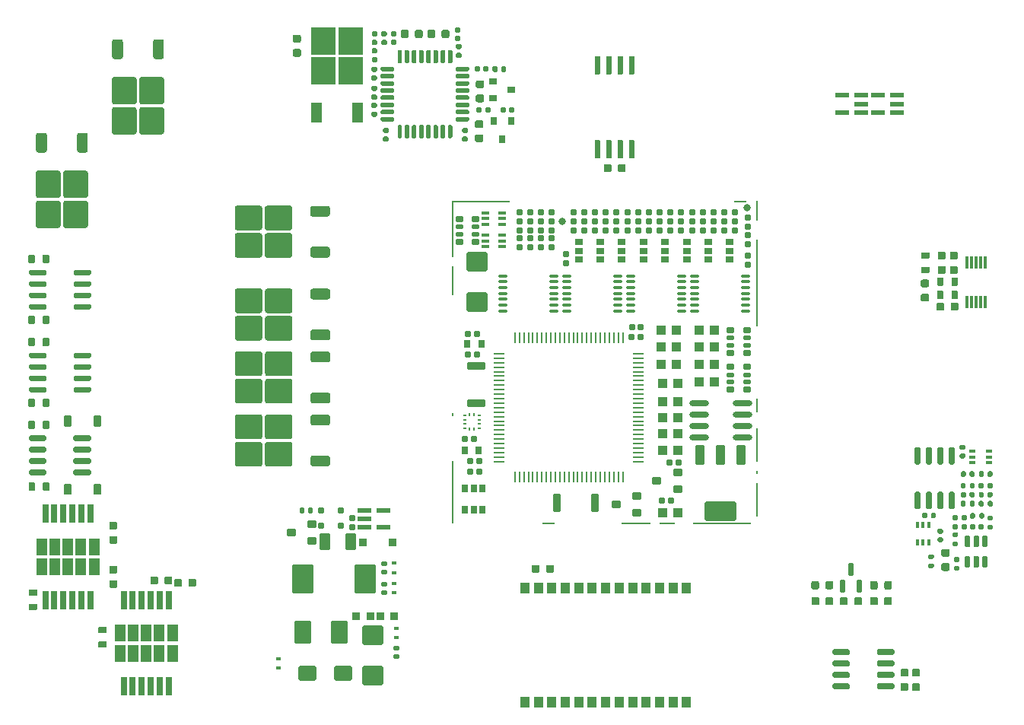
<source format=gtp>
G75*
G70*
%OFA0B0*%
%FSLAX25Y25*%
%IPPOS*%
%LPD*%
%AMOC8*
5,1,8,0,0,1.08239X$1,22.5*
%
%AMM1*
21,1,0.086610,0.073230,0.000000,0.000000,270.000000*
21,1,0.069290,0.090550,0.000000,0.000000,270.000000*
1,1,0.017320,-0.036610,-0.034650*
1,1,0.017320,-0.036610,0.034650*
1,1,0.017320,0.036610,0.034650*
1,1,0.017320,0.036610,-0.034650*
%
%AMM10*
21,1,0.015750,0.016540,0.000000,0.000000,270.000000*
21,1,0.012600,0.019680,0.000000,0.000000,270.000000*
1,1,0.003150,-0.008270,-0.006300*
1,1,0.003150,-0.008270,0.006300*
1,1,0.003150,0.008270,0.006300*
1,1,0.003150,0.008270,-0.006300*
%
%AMM105*
21,1,0.021650,0.052760,-0.000000,-0.000000,90.000000*
21,1,0.017320,0.057090,-0.000000,-0.000000,90.000000*
1,1,0.004330,0.026380,0.008660*
1,1,0.004330,0.026380,-0.008660*
1,1,0.004330,-0.026380,-0.008660*
1,1,0.004330,-0.026380,0.008660*
%
%AMM11*
21,1,0.023620,0.018900,0.000000,0.000000,90.000000*
21,1,0.018900,0.023620,0.000000,0.000000,90.000000*
1,1,0.004720,0.009450,0.009450*
1,1,0.004720,0.009450,-0.009450*
1,1,0.004720,-0.009450,-0.009450*
1,1,0.004720,-0.009450,0.009450*
%
%AMM12*
21,1,0.019680,0.019680,0.000000,0.000000,0.000000*
21,1,0.015750,0.023620,0.000000,0.000000,0.000000*
1,1,0.003940,0.007870,-0.009840*
1,1,0.003940,-0.007870,-0.009840*
1,1,0.003940,-0.007870,0.009840*
1,1,0.003940,0.007870,0.009840*
%
%AMM13*
21,1,0.019680,0.019680,0.000000,0.000000,270.000000*
21,1,0.015750,0.023620,0.000000,0.000000,270.000000*
1,1,0.003940,-0.009840,-0.007870*
1,1,0.003940,-0.009840,0.007870*
1,1,0.003940,0.009840,0.007870*
1,1,0.003940,0.009840,-0.007870*
%
%AMM173*
21,1,0.025590,0.026380,-0.000000,-0.000000,90.000000*
21,1,0.020470,0.031500,-0.000000,-0.000000,90.000000*
1,1,0.005120,0.013190,0.010240*
1,1,0.005120,0.013190,-0.010240*
1,1,0.005120,-0.013190,-0.010240*
1,1,0.005120,-0.013190,0.010240*
%
%AMM174*
21,1,0.017720,0.027950,-0.000000,-0.000000,90.000000*
21,1,0.014170,0.031500,-0.000000,-0.000000,90.000000*
1,1,0.003540,0.013980,0.007090*
1,1,0.003540,0.013980,-0.007090*
1,1,0.003540,-0.013980,-0.007090*
1,1,0.003540,-0.013980,0.007090*
%
%AMM175*
21,1,0.012600,0.028980,-0.000000,-0.000000,270.000000*
21,1,0.010080,0.031500,-0.000000,-0.000000,270.000000*
1,1,0.002520,-0.014490,-0.005040*
1,1,0.002520,-0.014490,0.005040*
1,1,0.002520,0.014490,0.005040*
1,1,0.002520,0.014490,-0.005040*
%
%AMM176*
21,1,0.023620,0.030710,-0.000000,-0.000000,0.000000*
21,1,0.018900,0.035430,-0.000000,-0.000000,0.000000*
1,1,0.004720,0.009450,-0.015350*
1,1,0.004720,-0.009450,-0.015350*
1,1,0.004720,-0.009450,0.015350*
1,1,0.004720,0.009450,0.015350*
%
%AMM177*
21,1,0.027560,0.018900,-0.000000,-0.000000,270.000000*
21,1,0.022840,0.023620,-0.000000,-0.000000,270.000000*
1,1,0.004720,-0.009450,-0.011420*
1,1,0.004720,-0.009450,0.011420*
1,1,0.004720,0.009450,0.011420*
1,1,0.004720,0.009450,-0.011420*
%
%AMM178*
21,1,0.031500,0.072440,-0.000000,-0.000000,270.000000*
21,1,0.025200,0.078740,-0.000000,-0.000000,270.000000*
1,1,0.006300,-0.036220,-0.012600*
1,1,0.006300,-0.036220,0.012600*
1,1,0.006300,0.036220,0.012600*
1,1,0.006300,0.036220,-0.012600*
%
%AMM179*
21,1,0.027560,0.018900,-0.000000,-0.000000,0.000000*
21,1,0.022840,0.023620,-0.000000,-0.000000,0.000000*
1,1,0.004720,0.011420,-0.009450*
1,1,0.004720,-0.011420,-0.009450*
1,1,0.004720,-0.011420,0.009450*
1,1,0.004720,0.011420,0.009450*
%
%AMM180*
21,1,0.023620,0.030710,-0.000000,-0.000000,90.000000*
21,1,0.018900,0.035430,-0.000000,-0.000000,90.000000*
1,1,0.004720,0.015350,0.009450*
1,1,0.004720,0.015350,-0.009450*
1,1,0.004720,-0.015350,-0.009450*
1,1,0.004720,-0.015350,0.009450*
%
%AMM181*
21,1,0.035430,0.030320,-0.000000,-0.000000,90.000000*
21,1,0.028350,0.037400,-0.000000,-0.000000,90.000000*
1,1,0.007090,0.015160,0.014170*
1,1,0.007090,0.015160,-0.014170*
1,1,0.007090,-0.015160,-0.014170*
1,1,0.007090,-0.015160,0.014170*
%
%AMM182*
21,1,0.043310,0.075980,-0.000000,-0.000000,180.000000*
21,1,0.034650,0.084650,-0.000000,-0.000000,180.000000*
1,1,0.008660,-0.017320,0.037990*
1,1,0.008660,0.017320,0.037990*
1,1,0.008660,0.017320,-0.037990*
1,1,0.008660,-0.017320,-0.037990*
%
%AMM183*
21,1,0.039370,0.035430,-0.000000,-0.000000,180.000000*
21,1,0.031500,0.043310,-0.000000,-0.000000,180.000000*
1,1,0.007870,-0.015750,0.017720*
1,1,0.007870,0.015750,0.017720*
1,1,0.007870,0.015750,-0.017720*
1,1,0.007870,-0.015750,-0.017720*
%
%AMM184*
21,1,0.027560,0.030710,-0.000000,-0.000000,180.000000*
21,1,0.022050,0.036220,-0.000000,-0.000000,180.000000*
1,1,0.005510,-0.011020,0.015350*
1,1,0.005510,0.011020,0.015350*
1,1,0.005510,0.011020,-0.015350*
1,1,0.005510,-0.011020,-0.015350*
%
%AMM185*
21,1,0.031500,0.072440,-0.000000,-0.000000,180.000000*
21,1,0.025200,0.078740,-0.000000,-0.000000,180.000000*
1,1,0.006300,-0.012600,0.036220*
1,1,0.006300,0.012600,0.036220*
1,1,0.006300,0.012600,-0.036220*
1,1,0.006300,-0.012600,-0.036220*
%
%AMM186*
21,1,0.137800,0.067720,-0.000000,-0.000000,180.000000*
21,1,0.120870,0.084650,-0.000000,-0.000000,180.000000*
1,1,0.016930,-0.060430,0.033860*
1,1,0.016930,0.060430,0.033860*
1,1,0.016930,0.060430,-0.033860*
1,1,0.016930,-0.060430,-0.033860*
%
%AMM187*
21,1,0.043310,0.075990,-0.000000,-0.000000,180.000000*
21,1,0.034650,0.084650,-0.000000,-0.000000,180.000000*
1,1,0.008660,-0.017320,0.037990*
1,1,0.008660,0.017320,0.037990*
1,1,0.008660,0.017320,-0.037990*
1,1,0.008660,-0.017320,-0.037990*
%
%AMM188*
21,1,0.086610,0.073230,-0.000000,-0.000000,270.000000*
21,1,0.069290,0.090550,-0.000000,-0.000000,270.000000*
1,1,0.017320,-0.036610,-0.034650*
1,1,0.017320,-0.036610,0.034650*
1,1,0.017320,0.036610,0.034650*
1,1,0.017320,0.036610,-0.034650*
%
%AMM2*
21,1,0.094490,0.111020,0.000000,0.000000,0.000000*
21,1,0.075590,0.129920,0.000000,0.000000,0.000000*
1,1,0.018900,0.037800,-0.055510*
1,1,0.018900,-0.037800,-0.055510*
1,1,0.018900,-0.037800,0.055510*
1,1,0.018900,0.037800,0.055510*
%
%AMM3*
21,1,0.074800,0.083460,0.000000,0.000000,0.000000*
21,1,0.059840,0.098430,0.000000,0.000000,0.000000*
1,1,0.014960,0.029920,-0.041730*
1,1,0.014960,-0.029920,-0.041730*
1,1,0.014960,-0.029920,0.041730*
1,1,0.014960,0.029920,0.041730*
%
%AMM4*
21,1,0.078740,0.053540,0.000000,0.000000,180.000000*
21,1,0.065350,0.066930,0.000000,0.000000,180.000000*
1,1,0.013390,-0.032680,0.026770*
1,1,0.013390,0.032680,0.026770*
1,1,0.013390,0.032680,-0.026770*
1,1,0.013390,-0.032680,-0.026770*
%
%AMM5*
21,1,0.035430,0.030320,0.000000,0.000000,90.000000*
21,1,0.028350,0.037400,0.000000,0.000000,90.000000*
1,1,0.007090,0.015160,0.014170*
1,1,0.007090,0.015160,-0.014170*
1,1,0.007090,-0.015160,-0.014170*
1,1,0.007090,-0.015160,0.014170*
%
%AMM6*
21,1,0.021650,0.052760,0.000000,0.000000,270.000000*
21,1,0.017320,0.057090,0.000000,0.000000,270.000000*
1,1,0.004330,-0.026380,-0.008660*
1,1,0.004330,-0.026380,0.008660*
1,1,0.004330,0.026380,0.008660*
1,1,0.004330,0.026380,-0.008660*
%
%AMM7*
21,1,0.035830,0.026770,0.000000,0.000000,0.000000*
21,1,0.029130,0.033470,0.000000,0.000000,0.000000*
1,1,0.006690,0.014570,-0.013390*
1,1,0.006690,-0.014570,-0.013390*
1,1,0.006690,-0.014570,0.013390*
1,1,0.006690,0.014570,0.013390*
%
%AMM8*
21,1,0.070870,0.036220,0.000000,0.000000,90.000000*
21,1,0.061810,0.045280,0.000000,0.000000,90.000000*
1,1,0.009060,0.018110,0.030910*
1,1,0.009060,0.018110,-0.030910*
1,1,0.009060,-0.018110,-0.030910*
1,1,0.009060,-0.018110,0.030910*
%
%AMM9*
21,1,0.033470,0.026770,0.000000,0.000000,0.000000*
21,1,0.026770,0.033470,0.000000,0.000000,0.000000*
1,1,0.006690,0.013390,-0.013390*
1,1,0.006690,-0.013390,-0.013390*
1,1,0.006690,-0.013390,0.013390*
1,1,0.006690,0.013390,0.013390*
%
%ADD100M7*%
%ADD101M8*%
%ADD102M9*%
%ADD103M10*%
%ADD104M11*%
%ADD105M12*%
%ADD106M13*%
%ADD142R,0.02559X0.01575*%
%ADD143R,0.01575X0.02559*%
%ADD146R,0.03543X0.03150*%
%ADD147R,0.04724X0.08661*%
%ADD150R,0.03150X0.03543*%
%ADD155R,0.10827X0.12008*%
%ADD161O,0.04724X0.00866*%
%ADD162O,0.00866X0.04724*%
%ADD163O,0.04331X0.01181*%
%ADD166R,0.01378X0.00984*%
%ADD167R,0.00984X0.01378*%
%ADD172O,0.08661X0.02362*%
%ADD264M105*%
%ADD274R,0.01181X0.05512*%
%ADD369M173*%
%ADD370M174*%
%ADD371M175*%
%ADD372M176*%
%ADD373M177*%
%ADD374M178*%
%ADD375M179*%
%ADD376M180*%
%ADD377M181*%
%ADD378M182*%
%ADD379M183*%
%ADD380M184*%
%ADD381M185*%
%ADD382M186*%
%ADD383M187*%
%ADD384M188*%
%ADD43R,0.02559X0.07874*%
%ADD45R,0.00787X0.14567*%
%ADD46R,0.00787X0.01575*%
%ADD47R,0.00787X0.06299*%
%ADD48R,0.00787X0.38189*%
%ADD49R,0.00787X0.09055*%
%ADD50R,0.05512X0.00787*%
%ADD51R,0.25197X0.00787*%
%ADD52R,0.06693X0.00787*%
%ADD53R,0.12992X0.00787*%
%ADD54R,0.00787X0.27559*%
%ADD55R,0.00787X0.12992*%
%ADD56R,0.00787X0.24803*%
%ADD57R,0.03937X0.05118*%
%ADD62C,0.03150*%
%ADD69R,0.04567X0.07677*%
%ADD94M1*%
%ADD95M2*%
%ADD96M3*%
%ADD97M4*%
%ADD98M5*%
%ADD99M6*%
X0000000Y0000000D02*
%LPD*%
G01*
G36*
G01*
X0360925Y0051299D02*
X0359744Y0051299D01*
G75*
G02*
X0359154Y0051889I0000000J0000591D01*
G01*
X0359154Y0056515D01*
G75*
G02*
X0359744Y0057106I0000591J0000000D01*
G01*
X0360925Y0057106D01*
G75*
G02*
X0361516Y0056515I0000000J-000591D01*
G01*
X0361516Y0051889D01*
G75*
G02*
X0360925Y0051299I-000591J0000000D01*
G01*
G37*
G36*
G01*
X0368406Y0051299D02*
X0367224Y0051299D01*
G75*
G02*
X0366634Y0051889I0000000J0000591D01*
G01*
X0366634Y0056515D01*
G75*
G02*
X0367224Y0057106I0000591J0000000D01*
G01*
X0368406Y0057106D01*
G75*
G02*
X0368996Y0056515I0000000J-000591D01*
G01*
X0368996Y0051889D01*
G75*
G02*
X0368406Y0051299I-000591J0000000D01*
G01*
G37*
G36*
G01*
X0364665Y0058681D02*
X0363484Y0058681D01*
G75*
G02*
X0362894Y0059271I0000000J0000591D01*
G01*
X0362894Y0063897D01*
G75*
G02*
X0363484Y0064488I0000591J0000000D01*
G01*
X0364665Y0064488D01*
G75*
G02*
X0365256Y0063897I0000000J-000591D01*
G01*
X0365256Y0059271D01*
G75*
G02*
X0364665Y0058681I-000591J0000000D01*
G01*
G37*
G36*
G01*
X0003898Y0118445D02*
X0003898Y0119626D01*
G75*
G02*
X0004488Y0120216I0000591J0000000D01*
G01*
X0010984Y0120216D01*
G75*
G02*
X0011575Y0119626I0000000J-000591D01*
G01*
X0011575Y0118445D01*
G75*
G02*
X0010984Y0117854I-000591J0000000D01*
G01*
X0004488Y0117854D01*
G75*
G02*
X0003898Y0118445I0000000J0000591D01*
G01*
G37*
G36*
G01*
X0003898Y0113445D02*
X0003898Y0114626D01*
G75*
G02*
X0004488Y0115216I0000591J0000000D01*
G01*
X0010984Y0115216D01*
G75*
G02*
X0011575Y0114626I0000000J-000591D01*
G01*
X0011575Y0113445D01*
G75*
G02*
X0010984Y0112854I-000591J0000000D01*
G01*
X0004488Y0112854D01*
G75*
G02*
X0003898Y0113445I0000000J0000591D01*
G01*
G37*
G36*
G01*
X0003898Y0108445D02*
X0003898Y0109626D01*
G75*
G02*
X0004488Y0110216I0000591J0000000D01*
G01*
X0010984Y0110216D01*
G75*
G02*
X0011575Y0109626I0000000J-000591D01*
G01*
X0011575Y0108445D01*
G75*
G02*
X0010984Y0107854I-000591J0000000D01*
G01*
X0004488Y0107854D01*
G75*
G02*
X0003898Y0108445I0000000J0000591D01*
G01*
G37*
G36*
G01*
X0003898Y0103445D02*
X0003898Y0104626D01*
G75*
G02*
X0004488Y0105216I0000591J0000000D01*
G01*
X0010984Y0105216D01*
G75*
G02*
X0011575Y0104626I0000000J-000591D01*
G01*
X0011575Y0103445D01*
G75*
G02*
X0010984Y0102854I-000591J0000000D01*
G01*
X0004488Y0102854D01*
G75*
G02*
X0003898Y0103445I0000000J0000591D01*
G01*
G37*
G36*
G01*
X0023386Y0103445D02*
X0023386Y0104626D01*
G75*
G02*
X0023976Y0105216I0000591J0000000D01*
G01*
X0030472Y0105216D01*
G75*
G02*
X0031063Y0104626I0000000J-000591D01*
G01*
X0031063Y0103445D01*
G75*
G02*
X0030472Y0102854I-000591J0000000D01*
G01*
X0023976Y0102854D01*
G75*
G02*
X0023386Y0103445I0000000J0000591D01*
G01*
G37*
G36*
G01*
X0023386Y0108445D02*
X0023386Y0109626D01*
G75*
G02*
X0023976Y0110216I0000591J0000000D01*
G01*
X0030472Y0110216D01*
G75*
G02*
X0031063Y0109626I0000000J-000591D01*
G01*
X0031063Y0108445D01*
G75*
G02*
X0030472Y0107854I-000591J0000000D01*
G01*
X0023976Y0107854D01*
G75*
G02*
X0023386Y0108445I0000000J0000591D01*
G01*
G37*
G36*
G01*
X0023386Y0113445D02*
X0023386Y0114626D01*
G75*
G02*
X0023976Y0115216I0000591J0000000D01*
G01*
X0030472Y0115216D01*
G75*
G02*
X0031063Y0114626I0000000J-000591D01*
G01*
X0031063Y0113445D01*
G75*
G02*
X0030472Y0112854I-000591J0000000D01*
G01*
X0023976Y0112854D01*
G75*
G02*
X0023386Y0113445I0000000J0000591D01*
G01*
G37*
G36*
G01*
X0023386Y0118445D02*
X0023386Y0119626D01*
G75*
G02*
X0023976Y0120216I0000591J0000000D01*
G01*
X0030472Y0120216D01*
G75*
G02*
X0031063Y0119626I0000000J-000591D01*
G01*
X0031063Y0118445D01*
G75*
G02*
X0030472Y0117854I-000591J0000000D01*
G01*
X0023976Y0117854D01*
G75*
G02*
X0023386Y0118445I0000000J0000591D01*
G01*
G37*
G36*
G01*
X0265354Y0238740D02*
X0265354Y0236063D01*
G75*
G02*
X0265020Y0235728I-000335J0000000D01*
G01*
X0262343Y0235728D01*
G75*
G02*
X0262008Y0236063I0000000J0000335D01*
G01*
X0262008Y0238740D01*
G75*
G02*
X0262343Y0239074I0000335J0000000D01*
G01*
X0265020Y0239074D01*
G75*
G02*
X0265354Y0238740I0000000J-000335D01*
G01*
G37*
G36*
G01*
X0259134Y0238740D02*
X0259134Y0236063D01*
G75*
G02*
X0258799Y0235728I-000335J0000000D01*
G01*
X0256122Y0235728D01*
G75*
G02*
X0255787Y0236063I0000000J0000335D01*
G01*
X0255787Y0238740D01*
G75*
G02*
X0256122Y0239074I0000335J0000000D01*
G01*
X0258799Y0239074D01*
G75*
G02*
X0259134Y0238740I0000000J-000335D01*
G01*
G37*
G36*
G01*
X0003957Y0154724D02*
X0003957Y0155905D01*
G75*
G02*
X0004547Y0156496I0000591J0000000D01*
G01*
X0011043Y0156496D01*
G75*
G02*
X0011634Y0155905I0000000J-000591D01*
G01*
X0011634Y0154724D01*
G75*
G02*
X0011043Y0154133I-000591J0000000D01*
G01*
X0004547Y0154133D01*
G75*
G02*
X0003957Y0154724I0000000J0000591D01*
G01*
G37*
G36*
G01*
X0003957Y0149724D02*
X0003957Y0150905D01*
G75*
G02*
X0004547Y0151496I0000591J0000000D01*
G01*
X0011043Y0151496D01*
G75*
G02*
X0011634Y0150905I0000000J-000591D01*
G01*
X0011634Y0149724D01*
G75*
G02*
X0011043Y0149133I-000591J0000000D01*
G01*
X0004547Y0149133D01*
G75*
G02*
X0003957Y0149724I0000000J0000591D01*
G01*
G37*
G36*
G01*
X0003957Y0144724D02*
X0003957Y0145905D01*
G75*
G02*
X0004547Y0146496I0000591J0000000D01*
G01*
X0011043Y0146496D01*
G75*
G02*
X0011634Y0145905I0000000J-000591D01*
G01*
X0011634Y0144724D01*
G75*
G02*
X0011043Y0144133I-000591J0000000D01*
G01*
X0004547Y0144133D01*
G75*
G02*
X0003957Y0144724I0000000J0000591D01*
G01*
G37*
G36*
G01*
X0003957Y0139724D02*
X0003957Y0140905D01*
G75*
G02*
X0004547Y0141496I0000591J0000000D01*
G01*
X0011043Y0141496D01*
G75*
G02*
X0011634Y0140905I0000000J-000591D01*
G01*
X0011634Y0139724D01*
G75*
G02*
X0011043Y0139133I-000591J0000000D01*
G01*
X0004547Y0139133D01*
G75*
G02*
X0003957Y0139724I0000000J0000591D01*
G01*
G37*
G36*
G01*
X0023445Y0139724D02*
X0023445Y0140905D01*
G75*
G02*
X0024035Y0141496I0000591J0000000D01*
G01*
X0030531Y0141496D01*
G75*
G02*
X0031122Y0140905I0000000J-000591D01*
G01*
X0031122Y0139724D01*
G75*
G02*
X0030531Y0139133I-000591J0000000D01*
G01*
X0024035Y0139133D01*
G75*
G02*
X0023445Y0139724I0000000J0000591D01*
G01*
G37*
G36*
G01*
X0023445Y0144724D02*
X0023445Y0145905D01*
G75*
G02*
X0024035Y0146496I0000591J0000000D01*
G01*
X0030531Y0146496D01*
G75*
G02*
X0031122Y0145905I0000000J-000591D01*
G01*
X0031122Y0144724D01*
G75*
G02*
X0030531Y0144133I-000591J0000000D01*
G01*
X0024035Y0144133D01*
G75*
G02*
X0023445Y0144724I0000000J0000591D01*
G01*
G37*
G36*
G01*
X0023445Y0149724D02*
X0023445Y0150905D01*
G75*
G02*
X0024035Y0151496I0000591J0000000D01*
G01*
X0030531Y0151496D01*
G75*
G02*
X0031122Y0150905I0000000J-000591D01*
G01*
X0031122Y0149724D01*
G75*
G02*
X0030531Y0149133I-000591J0000000D01*
G01*
X0024035Y0149133D01*
G75*
G02*
X0023445Y0149724I0000000J0000591D01*
G01*
G37*
G36*
G01*
X0023445Y0154724D02*
X0023445Y0155905D01*
G75*
G02*
X0024035Y0156496I0000591J0000000D01*
G01*
X0030531Y0156496D01*
G75*
G02*
X0031122Y0155905I0000000J-000591D01*
G01*
X0031122Y0154724D01*
G75*
G02*
X0030531Y0154133I-000591J0000000D01*
G01*
X0024035Y0154133D01*
G75*
G02*
X0023445Y0154724I0000000J0000591D01*
G01*
G37*
G36*
G01*
X0003681Y0159586D02*
X0003681Y0162657D01*
G75*
G02*
X0003957Y0162933I0000276J0000000D01*
G01*
X0006161Y0162933D01*
G75*
G02*
X0006437Y0162657I0000000J-000276D01*
G01*
X0006437Y0159586D01*
G75*
G02*
X0006161Y0159311I-000276J0000000D01*
G01*
X0003957Y0159311D01*
G75*
G02*
X0003681Y0159586I0000000J0000276D01*
G01*
G37*
G36*
G01*
X0009980Y0159586D02*
X0009980Y0162657D01*
G75*
G02*
X0010256Y0162933I0000276J0000000D01*
G01*
X0012461Y0162933D01*
G75*
G02*
X0012736Y0162657I0000000J-000276D01*
G01*
X0012736Y0159586D01*
G75*
G02*
X0012461Y0159311I-000276J0000000D01*
G01*
X0010256Y0159311D01*
G75*
G02*
X0009980Y0159586I0000000J0000276D01*
G01*
G37*
G36*
G01*
X0382008Y0048917D02*
X0382008Y0046240D01*
G75*
G02*
X0381673Y0045905I-000335J0000000D01*
G01*
X0378996Y0045905D01*
G75*
G02*
X0378661Y0046240I0000000J0000335D01*
G01*
X0378661Y0048917D01*
G75*
G02*
X0378996Y0049252I0000335J0000000D01*
G01*
X0381673Y0049252D01*
G75*
G02*
X0382008Y0048917I0000000J-000335D01*
G01*
G37*
G36*
G01*
X0375787Y0048917D02*
X0375787Y0046240D01*
G75*
G02*
X0375453Y0045905I-000335J0000000D01*
G01*
X0372776Y0045905D01*
G75*
G02*
X0372441Y0046240I0000000J0000335D01*
G01*
X0372441Y0048917D01*
G75*
G02*
X0372776Y0049252I0000335J0000000D01*
G01*
X0375453Y0049252D01*
G75*
G02*
X0375787Y0048917I0000000J-000335D01*
G01*
G37*
G36*
G01*
X0025955Y0252829D02*
X0028711Y0252829D01*
G75*
G02*
X0029695Y0251845I0000000J-000984D01*
G01*
X0029695Y0245152D01*
G75*
G02*
X0028711Y0244168I-000984J0000000D01*
G01*
X0025955Y0244168D01*
G75*
G02*
X0024970Y0245152I0000000J0000984D01*
G01*
X0024970Y0251845D01*
G75*
G02*
X0025955Y0252829I0000984J0000000D01*
G01*
G37*
G36*
G01*
X0019931Y0236294D02*
X0028789Y0236294D01*
G75*
G02*
X0029774Y0235310I0000000J-000984D01*
G01*
X0029774Y0225270D01*
G75*
G02*
X0028789Y0224286I-000984J0000000D01*
G01*
X0019931Y0224286D01*
G75*
G02*
X0018947Y0225270I0000000J0000984D01*
G01*
X0018947Y0235310D01*
G75*
G02*
X0019931Y0236294I0000984J0000000D01*
G01*
G37*
G36*
G01*
X0007923Y0236294D02*
X0016781Y0236294D01*
G75*
G02*
X0017766Y0235310I0000000J-000984D01*
G01*
X0017766Y0225270D01*
G75*
G02*
X0016781Y0224286I-000984J0000000D01*
G01*
X0007923Y0224286D01*
G75*
G02*
X0006939Y0225270I0000000J0000984D01*
G01*
X0006939Y0235310D01*
G75*
G02*
X0007923Y0236294I0000984J0000000D01*
G01*
G37*
G36*
G01*
X0019931Y0223105D02*
X0028789Y0223105D01*
G75*
G02*
X0029774Y0222121I0000000J-000984D01*
G01*
X0029774Y0212081D01*
G75*
G02*
X0028789Y0211097I-000984J0000000D01*
G01*
X0019931Y0211097D01*
G75*
G02*
X0018947Y0212081I0000000J0000984D01*
G01*
X0018947Y0222121D01*
G75*
G02*
X0019931Y0223105I0000984J0000000D01*
G01*
G37*
G36*
G01*
X0007923Y0223105D02*
X0016781Y0223105D01*
G75*
G02*
X0017766Y0222121I0000000J-000984D01*
G01*
X0017766Y0212081D01*
G75*
G02*
X0016781Y0211097I-000984J0000000D01*
G01*
X0007923Y0211097D01*
G75*
G02*
X0006939Y0212081I0000000J0000984D01*
G01*
X0006939Y0222121D01*
G75*
G02*
X0007923Y0223105I0000984J0000000D01*
G01*
G37*
G36*
G01*
X0008002Y0252829D02*
X0010758Y0252829D01*
G75*
G02*
X0011742Y0251845I0000000J-000984D01*
G01*
X0011742Y0245152D01*
G75*
G02*
X0010758Y0244168I-000984J0000000D01*
G01*
X0008002Y0244168D01*
G75*
G02*
X0007018Y0245152I0000000J0000984D01*
G01*
X0007018Y0251845D01*
G75*
G02*
X0008002Y0252829I0000984J0000000D01*
G01*
G37*
G36*
G01*
X0042185Y0072834D02*
X0039508Y0072834D01*
G75*
G02*
X0039173Y0073169I0000000J0000335D01*
G01*
X0039173Y0075846D01*
G75*
G02*
X0039508Y0076181I0000335J0000000D01*
G01*
X0042185Y0076181D01*
G75*
G02*
X0042520Y0075846I0000000J-000335D01*
G01*
X0042520Y0073169D01*
G75*
G02*
X0042185Y0072834I-000335J0000000D01*
G01*
G37*
G36*
G01*
X0042185Y0079055D02*
X0039508Y0079055D01*
G75*
G02*
X0039173Y0079389I0000000J0000335D01*
G01*
X0039173Y0082067D01*
G75*
G02*
X0039508Y0082401I0000335J0000000D01*
G01*
X0042185Y0082401D01*
G75*
G02*
X0042520Y0082067I0000000J-000335D01*
G01*
X0042520Y0079389D01*
G75*
G02*
X0042185Y0079055I-000335J0000000D01*
G01*
G37*
G36*
G01*
X0233858Y0063149D02*
X0233858Y0060472D01*
G75*
G02*
X0233524Y0060137I-000335J0000000D01*
G01*
X0230846Y0060137D01*
G75*
G02*
X0230512Y0060472I0000000J0000335D01*
G01*
X0230512Y0063149D01*
G75*
G02*
X0230846Y0063484I0000335J0000000D01*
G01*
X0233524Y0063484D01*
G75*
G02*
X0233858Y0063149I0000000J-000335D01*
G01*
G37*
G36*
G01*
X0227638Y0063149D02*
X0227638Y0060472D01*
G75*
G02*
X0227303Y0060137I-000335J0000000D01*
G01*
X0224626Y0060137D01*
G75*
G02*
X0224291Y0060472I0000000J0000335D01*
G01*
X0224291Y0063149D01*
G75*
G02*
X0224626Y0063484I0000335J0000000D01*
G01*
X0227303Y0063484D01*
G75*
G02*
X0227638Y0063149I0000000J-000335D01*
G01*
G37*
G36*
G01*
X0135886Y0110413D02*
X0135886Y0107657D01*
G75*
G02*
X0134902Y0106673I-000984J0000000D01*
G01*
X0128209Y0106673D01*
G75*
G02*
X0127224Y0107657I0000000J0000984D01*
G01*
X0127224Y0110413D01*
G75*
G02*
X0128209Y0111397I0000984J0000000D01*
G01*
X0134902Y0111397D01*
G75*
G02*
X0135886Y0110413I0000000J-000984D01*
G01*
G37*
G36*
G01*
X0119350Y0116437D02*
X0119350Y0107578D01*
G75*
G02*
X0118366Y0106594I-000984J0000000D01*
G01*
X0108327Y0106594D01*
G75*
G02*
X0107343Y0107578I0000000J0000984D01*
G01*
X0107343Y0116437D01*
G75*
G02*
X0108327Y0117421I0000984J0000000D01*
G01*
X0118366Y0117421D01*
G75*
G02*
X0119350Y0116437I0000000J-000984D01*
G01*
G37*
G36*
G01*
X0119350Y0128445D02*
X0119350Y0119586D01*
G75*
G02*
X0118366Y0118602I-000984J0000000D01*
G01*
X0108327Y0118602D01*
G75*
G02*
X0107343Y0119586I0000000J0000984D01*
G01*
X0107343Y0128445D01*
G75*
G02*
X0108327Y0129429I0000984J0000000D01*
G01*
X0118366Y0129429D01*
G75*
G02*
X0119350Y0128445I0000000J-000984D01*
G01*
G37*
G36*
G01*
X0106161Y0116437D02*
X0106161Y0107578D01*
G75*
G02*
X0105177Y0106594I-000984J0000000D01*
G01*
X0095138Y0106594D01*
G75*
G02*
X0094154Y0107578I0000000J0000984D01*
G01*
X0094154Y0116437D01*
G75*
G02*
X0095138Y0117421I0000984J0000000D01*
G01*
X0105177Y0117421D01*
G75*
G02*
X0106161Y0116437I0000000J-000984D01*
G01*
G37*
G36*
G01*
X0106161Y0128445D02*
X0106161Y0119586D01*
G75*
G02*
X0105177Y0118602I-000984J0000000D01*
G01*
X0095138Y0118602D01*
G75*
G02*
X0094154Y0119586I0000000J0000984D01*
G01*
X0094154Y0128445D01*
G75*
G02*
X0095138Y0129429I0000984J0000000D01*
G01*
X0105177Y0129429D01*
G75*
G02*
X0106161Y0128445I0000000J-000984D01*
G01*
G37*
G36*
G01*
X0135886Y0128366D02*
X0135886Y0125610D01*
G75*
G02*
X0134902Y0124626I-000984J0000000D01*
G01*
X0128209Y0124626D01*
G75*
G02*
X0127224Y0125610I0000000J0000984D01*
G01*
X0127224Y0128366D01*
G75*
G02*
X0128209Y0129350I0000984J0000000D01*
G01*
X0134902Y0129350D01*
G75*
G02*
X0135886Y0128366I0000000J-000984D01*
G01*
G37*
G36*
G01*
X0359331Y0046200D02*
X0359331Y0048878D01*
G75*
G02*
X0359665Y0049212I0000335J0000000D01*
G01*
X0362343Y0049212D01*
G75*
G02*
X0362677Y0048878I0000000J-000335D01*
G01*
X0362677Y0046200D01*
G75*
G02*
X0362343Y0045866I-000335J0000000D01*
G01*
X0359665Y0045866D01*
G75*
G02*
X0359331Y0046200I0000000J0000335D01*
G01*
G37*
G36*
G01*
X0365551Y0046200D02*
X0365551Y0048878D01*
G75*
G02*
X0365886Y0049212I0000335J0000000D01*
G01*
X0368563Y0049212D01*
G75*
G02*
X0368898Y0048878I0000000J-000335D01*
G01*
X0368898Y0046200D01*
G75*
G02*
X0368563Y0045866I-000335J0000000D01*
G01*
X0365886Y0045866D01*
G75*
G02*
X0365551Y0046200I0000000J0000335D01*
G01*
G37*
G36*
G01*
X0135886Y0165610D02*
X0135886Y0162854D01*
G75*
G02*
X0134902Y0161870I-000984J0000000D01*
G01*
X0128209Y0161870D01*
G75*
G02*
X0127224Y0162854I0000000J0000984D01*
G01*
X0127224Y0165610D01*
G75*
G02*
X0128209Y0166594I0000984J0000000D01*
G01*
X0134902Y0166594D01*
G75*
G02*
X0135886Y0165610I0000000J-000984D01*
G01*
G37*
G36*
G01*
X0119350Y0171633D02*
X0119350Y0162775D01*
G75*
G02*
X0118366Y0161791I-000984J0000000D01*
G01*
X0108327Y0161791D01*
G75*
G02*
X0107343Y0162775I0000000J0000984D01*
G01*
X0107343Y0171633D01*
G75*
G02*
X0108327Y0172618I0000984J0000000D01*
G01*
X0118366Y0172618D01*
G75*
G02*
X0119350Y0171633I0000000J-000984D01*
G01*
G37*
G36*
G01*
X0119350Y0183641D02*
X0119350Y0174783D01*
G75*
G02*
X0118366Y0173799I-000984J0000000D01*
G01*
X0108327Y0173799D01*
G75*
G02*
X0107343Y0174783I0000000J0000984D01*
G01*
X0107343Y0183641D01*
G75*
G02*
X0108327Y0184626I0000984J0000000D01*
G01*
X0118366Y0184626D01*
G75*
G02*
X0119350Y0183641I0000000J-000984D01*
G01*
G37*
G36*
G01*
X0106161Y0171633D02*
X0106161Y0162775D01*
G75*
G02*
X0105177Y0161791I-000984J0000000D01*
G01*
X0095138Y0161791D01*
G75*
G02*
X0094154Y0162775I0000000J0000984D01*
G01*
X0094154Y0171633D01*
G75*
G02*
X0095138Y0172618I0000984J0000000D01*
G01*
X0105177Y0172618D01*
G75*
G02*
X0106161Y0171633I0000000J-000984D01*
G01*
G37*
G36*
G01*
X0106161Y0183641D02*
X0106161Y0174783D01*
G75*
G02*
X0105177Y0173799I-000984J0000000D01*
G01*
X0095138Y0173799D01*
G75*
G02*
X0094154Y0174783I0000000J0000984D01*
G01*
X0094154Y0183641D01*
G75*
G02*
X0095138Y0184626I0000984J0000000D01*
G01*
X0105177Y0184626D01*
G75*
G02*
X0106161Y0183641I0000000J-000984D01*
G01*
G37*
G36*
G01*
X0135886Y0183563D02*
X0135886Y0180807D01*
G75*
G02*
X0134902Y0179822I-000984J0000000D01*
G01*
X0128209Y0179822D01*
G75*
G02*
X0127224Y0180807I0000000J0000984D01*
G01*
X0127224Y0183563D01*
G75*
G02*
X0128209Y0184547I0000984J0000000D01*
G01*
X0134902Y0184547D01*
G75*
G02*
X0135886Y0183563I0000000J-000984D01*
G01*
G37*
G36*
G01*
X0383130Y0010945D02*
X0383130Y0009763D01*
G75*
G02*
X0382539Y0009173I-000591J0000000D01*
G01*
X0376043Y0009173D01*
G75*
G02*
X0375453Y0009763I0000000J0000591D01*
G01*
X0375453Y0010945D01*
G75*
G02*
X0376043Y0011535I0000591J0000000D01*
G01*
X0382539Y0011535D01*
G75*
G02*
X0383130Y0010945I0000000J-000591D01*
G01*
G37*
G36*
G01*
X0383130Y0015945D02*
X0383130Y0014763D01*
G75*
G02*
X0382539Y0014173I-000591J0000000D01*
G01*
X0376043Y0014173D01*
G75*
G02*
X0375453Y0014763I0000000J0000591D01*
G01*
X0375453Y0015945D01*
G75*
G02*
X0376043Y0016535I0000591J0000000D01*
G01*
X0382539Y0016535D01*
G75*
G02*
X0383130Y0015945I0000000J-000591D01*
G01*
G37*
G36*
G01*
X0383130Y0020945D02*
X0383130Y0019763D01*
G75*
G02*
X0382539Y0019173I-000591J0000000D01*
G01*
X0376043Y0019173D01*
G75*
G02*
X0375453Y0019763I0000000J0000591D01*
G01*
X0375453Y0020945D01*
G75*
G02*
X0376043Y0021535I0000591J0000000D01*
G01*
X0382539Y0021535D01*
G75*
G02*
X0383130Y0020945I0000000J-000591D01*
G01*
G37*
G36*
G01*
X0383130Y0025945D02*
X0383130Y0024763D01*
G75*
G02*
X0382539Y0024173I-000591J0000000D01*
G01*
X0376043Y0024173D01*
G75*
G02*
X0375453Y0024763I0000000J0000591D01*
G01*
X0375453Y0025945D01*
G75*
G02*
X0376043Y0026535I0000591J0000000D01*
G01*
X0382539Y0026535D01*
G75*
G02*
X0383130Y0025945I0000000J-000591D01*
G01*
G37*
G36*
G01*
X0363642Y0025945D02*
X0363642Y0024763D01*
G75*
G02*
X0363051Y0024173I-000591J0000000D01*
G01*
X0356555Y0024173D01*
G75*
G02*
X0355965Y0024763I0000000J0000591D01*
G01*
X0355965Y0025945D01*
G75*
G02*
X0356555Y0026535I0000591J0000000D01*
G01*
X0363051Y0026535D01*
G75*
G02*
X0363642Y0025945I0000000J-000591D01*
G01*
G37*
G36*
G01*
X0363642Y0020945D02*
X0363642Y0019763D01*
G75*
G02*
X0363051Y0019173I-000591J0000000D01*
G01*
X0356555Y0019173D01*
G75*
G02*
X0355965Y0019763I0000000J0000591D01*
G01*
X0355965Y0020945D01*
G75*
G02*
X0356555Y0021535I0000591J0000000D01*
G01*
X0363051Y0021535D01*
G75*
G02*
X0363642Y0020945I0000000J-000591D01*
G01*
G37*
G36*
G01*
X0363642Y0015945D02*
X0363642Y0014763D01*
G75*
G02*
X0363051Y0014173I-000591J0000000D01*
G01*
X0356555Y0014173D01*
G75*
G02*
X0355965Y0014763I0000000J0000591D01*
G01*
X0355965Y0015945D01*
G75*
G02*
X0356555Y0016535I0000591J0000000D01*
G01*
X0363051Y0016535D01*
G75*
G02*
X0363642Y0015945I0000000J-000591D01*
G01*
G37*
G36*
G01*
X0363642Y0010945D02*
X0363642Y0009763D01*
G75*
G02*
X0363051Y0009173I-000591J0000000D01*
G01*
X0356555Y0009173D01*
G75*
G02*
X0355965Y0009763I0000000J0000591D01*
G01*
X0355965Y0010945D01*
G75*
G02*
X0356555Y0011535I0000591J0000000D01*
G01*
X0363051Y0011535D01*
G75*
G02*
X0363642Y0010945I0000000J-000591D01*
G01*
G37*
G36*
G01*
X0057087Y0055413D02*
X0057087Y0058090D01*
G75*
G02*
X0057421Y0058425I0000335J0000000D01*
G01*
X0060098Y0058425D01*
G75*
G02*
X0060433Y0058090I0000000J-000335D01*
G01*
X0060433Y0055413D01*
G75*
G02*
X0060098Y0055078I-000335J0000000D01*
G01*
X0057421Y0055078D01*
G75*
G02*
X0057087Y0055413I0000000J0000335D01*
G01*
G37*
G36*
G01*
X0063307Y0055413D02*
X0063307Y0058090D01*
G75*
G02*
X0063642Y0058425I0000335J0000000D01*
G01*
X0066319Y0058425D01*
G75*
G02*
X0066654Y0058090I0000000J-000335D01*
G01*
X0066654Y0055413D01*
G75*
G02*
X0066319Y0055078I-000335J0000000D01*
G01*
X0063642Y0055078D01*
G75*
G02*
X0063307Y0055413I0000000J0000335D01*
G01*
G37*
G36*
G01*
X0393917Y0008307D02*
X0391240Y0008307D01*
G75*
G02*
X0390906Y0008641I0000000J0000335D01*
G01*
X0390906Y0011319D01*
G75*
G02*
X0391240Y0011653I0000335J0000000D01*
G01*
X0393917Y0011653D01*
G75*
G02*
X0394252Y0011319I0000000J-000335D01*
G01*
X0394252Y0008641D01*
G75*
G02*
X0393917Y0008307I-000335J0000000D01*
G01*
G37*
G36*
G01*
X0393917Y0014527D02*
X0391240Y0014527D01*
G75*
G02*
X0390906Y0014862I0000000J0000335D01*
G01*
X0390906Y0017539D01*
G75*
G02*
X0391240Y0017874I0000335J0000000D01*
G01*
X0393917Y0017874D01*
G75*
G02*
X0394252Y0017539I0000000J-000335D01*
G01*
X0394252Y0014862D01*
G75*
G02*
X0393917Y0014527I-000335J0000000D01*
G01*
G37*
G36*
G01*
X0003681Y0123287D02*
X0003681Y0126358D01*
G75*
G02*
X0003957Y0126633I0000276J0000000D01*
G01*
X0006161Y0126633D01*
G75*
G02*
X0006437Y0126358I0000000J-000276D01*
G01*
X0006437Y0123287D01*
G75*
G02*
X0006161Y0123011I-000276J0000000D01*
G01*
X0003957Y0123011D01*
G75*
G02*
X0003681Y0123287I0000000J0000276D01*
G01*
G37*
G36*
G01*
X0009980Y0123287D02*
X0009980Y0126358D01*
G75*
G02*
X0010256Y0126633I0000276J0000000D01*
G01*
X0012461Y0126633D01*
G75*
G02*
X0012736Y0126358I0000000J-000276D01*
G01*
X0012736Y0123287D01*
G75*
G02*
X0012461Y0123011I-000276J0000000D01*
G01*
X0010256Y0123011D01*
G75*
G02*
X0009980Y0123287I0000000J0000276D01*
G01*
G37*
G36*
G01*
X0019114Y0124508D02*
X0019114Y0128523D01*
G75*
G02*
X0019469Y0128878I0000354J0000000D01*
G01*
X0022303Y0128878D01*
G75*
G02*
X0022657Y0128523I0000000J-000354D01*
G01*
X0022657Y0124508D01*
G75*
G02*
X0022303Y0124153I-000354J0000000D01*
G01*
X0019469Y0124153D01*
G75*
G02*
X0019114Y0124508I0000000J0000354D01*
G01*
G37*
G36*
G01*
X0032106Y0124508D02*
X0032106Y0128523D01*
G75*
G02*
X0032461Y0128878I0000354J0000000D01*
G01*
X0035295Y0128878D01*
G75*
G02*
X0035650Y0128523I0000000J-000354D01*
G01*
X0035650Y0124508D01*
G75*
G02*
X0035295Y0124153I-000354J0000000D01*
G01*
X0032461Y0124153D01*
G75*
G02*
X0032106Y0124508I0000000J0000354D01*
G01*
G37*
G36*
G01*
X0039508Y0063071D02*
X0042185Y0063071D01*
G75*
G02*
X0042520Y0062736I0000000J-000335D01*
G01*
X0042520Y0060059D01*
G75*
G02*
X0042185Y0059724I-000335J0000000D01*
G01*
X0039508Y0059724D01*
G75*
G02*
X0039173Y0060059I0000000J0000335D01*
G01*
X0039173Y0062736D01*
G75*
G02*
X0039508Y0063071I0000335J0000000D01*
G01*
G37*
G36*
G01*
X0039508Y0056850D02*
X0042185Y0056850D01*
G75*
G02*
X0042520Y0056515I0000000J-000335D01*
G01*
X0042520Y0053838D01*
G75*
G02*
X0042185Y0053504I-000335J0000000D01*
G01*
X0039508Y0053504D01*
G75*
G02*
X0039173Y0053838I0000000J0000335D01*
G01*
X0039173Y0056515D01*
G75*
G02*
X0039508Y0056850I0000335J0000000D01*
G01*
G37*
G36*
G01*
X0034626Y0036319D02*
X0037697Y0036319D01*
G75*
G02*
X0037972Y0036043I0000000J-000276D01*
G01*
X0037972Y0033838D01*
G75*
G02*
X0037697Y0033563I-000276J0000000D01*
G01*
X0034626Y0033563D01*
G75*
G02*
X0034350Y0033838I0000000J0000276D01*
G01*
X0034350Y0036043D01*
G75*
G02*
X0034626Y0036319I0000276J0000000D01*
G01*
G37*
G36*
G01*
X0034626Y0030019D02*
X0037697Y0030019D01*
G75*
G02*
X0037972Y0029744I0000000J-000276D01*
G01*
X0037972Y0027539D01*
G75*
G02*
X0037697Y0027263I-000276J0000000D01*
G01*
X0034626Y0027263D01*
G75*
G02*
X0034350Y0027539I0000000J0000276D01*
G01*
X0034350Y0029744D01*
G75*
G02*
X0034626Y0030019I0000276J0000000D01*
G01*
G37*
G36*
G01*
X0388819Y0008307D02*
X0386142Y0008307D01*
G75*
G02*
X0385807Y0008641I0000000J0000335D01*
G01*
X0385807Y0011319D01*
G75*
G02*
X0386142Y0011653I0000335J0000000D01*
G01*
X0388819Y0011653D01*
G75*
G02*
X0389154Y0011319I0000000J-000335D01*
G01*
X0389154Y0008641D01*
G75*
G02*
X0388819Y0008307I-000335J0000000D01*
G01*
G37*
G36*
G01*
X0388819Y0014527D02*
X0386142Y0014527D01*
G75*
G02*
X0385807Y0014862I0000000J0000335D01*
G01*
X0385807Y0017539D01*
G75*
G02*
X0386142Y0017874I0000335J0000000D01*
G01*
X0388819Y0017874D01*
G75*
G02*
X0389154Y0017539I0000000J-000335D01*
G01*
X0389154Y0014862D01*
G75*
G02*
X0388819Y0014527I-000335J0000000D01*
G01*
G37*
G36*
G01*
X0012736Y0172421D02*
X0012736Y0169350D01*
G75*
G02*
X0012461Y0169074I-000276J0000000D01*
G01*
X0010256Y0169074D01*
G75*
G02*
X0009980Y0169350I0000000J0000276D01*
G01*
X0009980Y0172421D01*
G75*
G02*
X0010256Y0172696I0000276J0000000D01*
G01*
X0012461Y0172696D01*
G75*
G02*
X0012736Y0172421I0000000J-000276D01*
G01*
G37*
G36*
G01*
X0006437Y0172421D02*
X0006437Y0169350D01*
G75*
G02*
X0006161Y0169074I-000276J0000000D01*
G01*
X0003957Y0169074D01*
G75*
G02*
X0003681Y0169350I0000000J0000276D01*
G01*
X0003681Y0172421D01*
G75*
G02*
X0003957Y0172696I0000276J0000000D01*
G01*
X0006161Y0172696D01*
G75*
G02*
X0006437Y0172421I0000000J-000276D01*
G01*
G37*
G36*
G01*
X0346654Y0053617D02*
X0346654Y0055634D01*
G75*
G02*
X0347515Y0056496I0000861J0000000D01*
G01*
X0349237Y0056496D01*
G75*
G02*
X0350098Y0055634I0000000J-000861D01*
G01*
X0350098Y0053617D01*
G75*
G02*
X0349237Y0052756I-000861J0000000D01*
G01*
X0347515Y0052756D01*
G75*
G02*
X0346654Y0053617I0000000J0000861D01*
G01*
G37*
G36*
G01*
X0352854Y0053617D02*
X0352854Y0055634D01*
G75*
G02*
X0353716Y0056496I0000861J0000000D01*
G01*
X0355438Y0056496D01*
G75*
G02*
X0356299Y0055634I0000000J-000861D01*
G01*
X0356299Y0053617D01*
G75*
G02*
X0355438Y0052756I-000861J0000000D01*
G01*
X0353716Y0052756D01*
G75*
G02*
X0352854Y0053617I0000000J0000861D01*
G01*
G37*
G36*
G01*
X0012736Y0199114D02*
X0012736Y0196043D01*
G75*
G02*
X0012461Y0195767I-000276J0000000D01*
G01*
X0010256Y0195767D01*
G75*
G02*
X0009980Y0196043I0000000J0000276D01*
G01*
X0009980Y0199114D01*
G75*
G02*
X0010256Y0199389I0000276J0000000D01*
G01*
X0012461Y0199389D01*
G75*
G02*
X0012736Y0199114I0000000J-000276D01*
G01*
G37*
G36*
G01*
X0006437Y0199114D02*
X0006437Y0196043D01*
G75*
G02*
X0006161Y0195767I-000276J0000000D01*
G01*
X0003957Y0195767D01*
G75*
G02*
X0003681Y0196043I0000000J0000276D01*
G01*
X0003681Y0199114D01*
G75*
G02*
X0003957Y0199389I0000276J0000000D01*
G01*
X0006161Y0199389D01*
G75*
G02*
X0006437Y0199114I0000000J-000276D01*
G01*
G37*
G36*
G01*
X0003760Y0096240D02*
X0003760Y0099311D01*
G75*
G02*
X0004035Y0099586I0000276J0000000D01*
G01*
X0006240Y0099586D01*
G75*
G02*
X0006516Y0099311I0000000J-000276D01*
G01*
X0006516Y0096240D01*
G75*
G02*
X0006240Y0095964I-000276J0000000D01*
G01*
X0004035Y0095964D01*
G75*
G02*
X0003760Y0096240I0000000J0000276D01*
G01*
G37*
G36*
G01*
X0010059Y0096240D02*
X0010059Y0099311D01*
G75*
G02*
X0010335Y0099586I0000276J0000000D01*
G01*
X0012539Y0099586D01*
G75*
G02*
X0012815Y0099311I0000000J-000276D01*
G01*
X0012815Y0096240D01*
G75*
G02*
X0012539Y0095964I-000276J0000000D01*
G01*
X0010335Y0095964D01*
G75*
G02*
X0010059Y0096240I0000000J0000276D01*
G01*
G37*
G36*
G01*
X0019134Y0094547D02*
X0019134Y0098563D01*
G75*
G02*
X0019488Y0098917I0000354J0000000D01*
G01*
X0022323Y0098917D01*
G75*
G02*
X0022677Y0098563I0000000J-000354D01*
G01*
X0022677Y0094547D01*
G75*
G02*
X0022323Y0094193I-000354J0000000D01*
G01*
X0019488Y0094193D01*
G75*
G02*
X0019134Y0094547I0000000J0000354D01*
G01*
G37*
G36*
G01*
X0032126Y0094547D02*
X0032126Y0098563D01*
G75*
G02*
X0032480Y0098917I0000354J0000000D01*
G01*
X0035315Y0098917D01*
G75*
G02*
X0035669Y0098563I0000000J-000354D01*
G01*
X0035669Y0094547D01*
G75*
G02*
X0035315Y0094193I-000354J0000000D01*
G01*
X0032480Y0094193D01*
G75*
G02*
X0032126Y0094547I0000000J0000354D01*
G01*
G37*
D69*
X0043760Y0024763D03*
X0049508Y0024763D03*
X0055256Y0024763D03*
X0061004Y0024763D03*
X0066752Y0024763D03*
X0043760Y0033622D03*
X0049508Y0033622D03*
X0055256Y0033622D03*
X0061004Y0033622D03*
X0066752Y0033622D03*
D43*
X0045413Y0010295D03*
X0049350Y0010295D03*
X0053287Y0010295D03*
X0057224Y0010295D03*
X0061161Y0010295D03*
X0065098Y0010295D03*
X0065098Y0048090D03*
X0061161Y0048090D03*
X0057224Y0048090D03*
X0053287Y0048090D03*
X0049350Y0048090D03*
X0045413Y0048090D03*
D69*
X0009429Y0062559D03*
X0015177Y0062559D03*
X0020925Y0062559D03*
X0026673Y0062559D03*
X0032421Y0062559D03*
X0009429Y0071417D03*
X0015177Y0071417D03*
X0020925Y0071417D03*
X0026673Y0071417D03*
X0032421Y0071417D03*
D43*
X0011083Y0048090D03*
X0015020Y0048090D03*
X0018957Y0048090D03*
X0022894Y0048090D03*
X0026831Y0048090D03*
X0030768Y0048090D03*
X0030768Y0085885D03*
X0026831Y0085885D03*
X0022894Y0085885D03*
X0018957Y0085885D03*
X0015020Y0085885D03*
X0011083Y0085885D03*
G36*
G01*
X0003681Y0133011D02*
X0003681Y0136082D01*
G75*
G02*
X0003957Y0136358I0000276J0000000D01*
G01*
X0006161Y0136358D01*
G75*
G02*
X0006437Y0136082I0000000J-000276D01*
G01*
X0006437Y0133011D01*
G75*
G02*
X0006161Y0132736I-000276J0000000D01*
G01*
X0003957Y0132736D01*
G75*
G02*
X0003681Y0133011I0000000J0000276D01*
G01*
G37*
G36*
G01*
X0009980Y0133011D02*
X0009980Y0136082D01*
G75*
G02*
X0010256Y0136358I0000276J0000000D01*
G01*
X0012461Y0136358D01*
G75*
G02*
X0012736Y0136082I0000000J-000276D01*
G01*
X0012736Y0133011D01*
G75*
G02*
X0012461Y0132736I-000276J0000000D01*
G01*
X0010256Y0132736D01*
G75*
G02*
X0009980Y0133011I0000000J0000276D01*
G01*
G37*
G36*
G01*
X0346732Y0046200D02*
X0346732Y0048878D01*
G75*
G02*
X0347067Y0049212I0000335J0000000D01*
G01*
X0349744Y0049212D01*
G75*
G02*
X0350079Y0048878I0000000J-000335D01*
G01*
X0350079Y0046200D01*
G75*
G02*
X0349744Y0045866I-000335J0000000D01*
G01*
X0347067Y0045866D01*
G75*
G02*
X0346732Y0046200I0000000J0000335D01*
G01*
G37*
G36*
G01*
X0352953Y0046200D02*
X0352953Y0048878D01*
G75*
G02*
X0353287Y0049212I0000335J0000000D01*
G01*
X0355965Y0049212D01*
G75*
G02*
X0356299Y0048878I0000000J-000335D01*
G01*
X0356299Y0046200D01*
G75*
G02*
X0355965Y0045866I-000335J0000000D01*
G01*
X0353287Y0045866D01*
G75*
G02*
X0352953Y0046200I0000000J0000335D01*
G01*
G37*
G36*
G01*
X0135807Y0201909D02*
X0135807Y0199153D01*
G75*
G02*
X0134823Y0198169I-000984J0000000D01*
G01*
X0128130Y0198169D01*
G75*
G02*
X0127146Y0199153I0000000J0000984D01*
G01*
X0127146Y0201909D01*
G75*
G02*
X0128130Y0202893I0000984J0000000D01*
G01*
X0134823Y0202893D01*
G75*
G02*
X0135807Y0201909I0000000J-000984D01*
G01*
G37*
G36*
G01*
X0119272Y0207933D02*
X0119272Y0199074D01*
G75*
G02*
X0118287Y0198090I-000984J0000000D01*
G01*
X0108248Y0198090D01*
G75*
G02*
X0107264Y0199074I0000000J0000984D01*
G01*
X0107264Y0207933D01*
G75*
G02*
X0108248Y0208917I0000984J0000000D01*
G01*
X0118287Y0208917D01*
G75*
G02*
X0119272Y0207933I0000000J-000984D01*
G01*
G37*
G36*
G01*
X0119272Y0219941D02*
X0119272Y0211082D01*
G75*
G02*
X0118287Y0210098I-000984J0000000D01*
G01*
X0108248Y0210098D01*
G75*
G02*
X0107264Y0211082I0000000J0000984D01*
G01*
X0107264Y0219941D01*
G75*
G02*
X0108248Y0220925I0000984J0000000D01*
G01*
X0118287Y0220925D01*
G75*
G02*
X0119272Y0219941I0000000J-000984D01*
G01*
G37*
G36*
G01*
X0106083Y0207933D02*
X0106083Y0199074D01*
G75*
G02*
X0105098Y0198090I-000984J0000000D01*
G01*
X0095059Y0198090D01*
G75*
G02*
X0094075Y0199074I0000000J0000984D01*
G01*
X0094075Y0207933D01*
G75*
G02*
X0095059Y0208917I0000984J0000000D01*
G01*
X0105098Y0208917D01*
G75*
G02*
X0106083Y0207933I0000000J-000984D01*
G01*
G37*
G36*
G01*
X0106083Y0219941D02*
X0106083Y0211082D01*
G75*
G02*
X0105098Y0210098I-000984J0000000D01*
G01*
X0095059Y0210098D01*
G75*
G02*
X0094075Y0211082I0000000J0000984D01*
G01*
X0094075Y0219941D01*
G75*
G02*
X0095059Y0220925I0000984J0000000D01*
G01*
X0105098Y0220925D01*
G75*
G02*
X0106083Y0219941I0000000J-000984D01*
G01*
G37*
G36*
G01*
X0135807Y0219862D02*
X0135807Y0217106D01*
G75*
G02*
X0134823Y0216122I-000984J0000000D01*
G01*
X0128130Y0216122D01*
G75*
G02*
X0127146Y0217106I0000000J0000984D01*
G01*
X0127146Y0219862D01*
G75*
G02*
X0128130Y0220846I0000984J0000000D01*
G01*
X0134823Y0220846D01*
G75*
G02*
X0135807Y0219862I0000000J-000984D01*
G01*
G37*
G36*
G01*
X0003957Y0191023D02*
X0003957Y0192204D01*
G75*
G02*
X0004547Y0192795I0000591J0000000D01*
G01*
X0011043Y0192795D01*
G75*
G02*
X0011634Y0192204I0000000J-000591D01*
G01*
X0011634Y0191023D01*
G75*
G02*
X0011043Y0190433I-000591J0000000D01*
G01*
X0004547Y0190433D01*
G75*
G02*
X0003957Y0191023I0000000J0000591D01*
G01*
G37*
G36*
G01*
X0003957Y0186023D02*
X0003957Y0187204D01*
G75*
G02*
X0004547Y0187795I0000591J0000000D01*
G01*
X0011043Y0187795D01*
G75*
G02*
X0011634Y0187204I0000000J-000591D01*
G01*
X0011634Y0186023D01*
G75*
G02*
X0011043Y0185433I-000591J0000000D01*
G01*
X0004547Y0185433D01*
G75*
G02*
X0003957Y0186023I0000000J0000591D01*
G01*
G37*
G36*
G01*
X0003957Y0181023D02*
X0003957Y0182204D01*
G75*
G02*
X0004547Y0182795I0000591J0000000D01*
G01*
X0011043Y0182795D01*
G75*
G02*
X0011634Y0182204I0000000J-000591D01*
G01*
X0011634Y0181023D01*
G75*
G02*
X0011043Y0180433I-000591J0000000D01*
G01*
X0004547Y0180433D01*
G75*
G02*
X0003957Y0181023I0000000J0000591D01*
G01*
G37*
G36*
G01*
X0003957Y0176023D02*
X0003957Y0177204D01*
G75*
G02*
X0004547Y0177795I0000591J0000000D01*
G01*
X0011043Y0177795D01*
G75*
G02*
X0011634Y0177204I0000000J-000591D01*
G01*
X0011634Y0176023D01*
G75*
G02*
X0011043Y0175433I-000591J0000000D01*
G01*
X0004547Y0175433D01*
G75*
G02*
X0003957Y0176023I0000000J0000591D01*
G01*
G37*
G36*
G01*
X0023445Y0176023D02*
X0023445Y0177204D01*
G75*
G02*
X0024035Y0177795I0000591J0000000D01*
G01*
X0030531Y0177795D01*
G75*
G02*
X0031122Y0177204I0000000J-000591D01*
G01*
X0031122Y0176023D01*
G75*
G02*
X0030531Y0175433I-000591J0000000D01*
G01*
X0024035Y0175433D01*
G75*
G02*
X0023445Y0176023I0000000J0000591D01*
G01*
G37*
G36*
G01*
X0023445Y0181023D02*
X0023445Y0182204D01*
G75*
G02*
X0024035Y0182795I0000591J0000000D01*
G01*
X0030531Y0182795D01*
G75*
G02*
X0031122Y0182204I0000000J-000591D01*
G01*
X0031122Y0181023D01*
G75*
G02*
X0030531Y0180433I-000591J0000000D01*
G01*
X0024035Y0180433D01*
G75*
G02*
X0023445Y0181023I0000000J0000591D01*
G01*
G37*
G36*
G01*
X0023445Y0186023D02*
X0023445Y0187204D01*
G75*
G02*
X0024035Y0187795I0000591J0000000D01*
G01*
X0030531Y0187795D01*
G75*
G02*
X0031122Y0187204I0000000J-000591D01*
G01*
X0031122Y0186023D01*
G75*
G02*
X0030531Y0185433I-000591J0000000D01*
G01*
X0024035Y0185433D01*
G75*
G02*
X0023445Y0186023I0000000J0000591D01*
G01*
G37*
G36*
G01*
X0023445Y0191023D02*
X0023445Y0192204D01*
G75*
G02*
X0024035Y0192795I0000591J0000000D01*
G01*
X0030531Y0192795D01*
G75*
G02*
X0031122Y0192204I0000000J-000591D01*
G01*
X0031122Y0191023D01*
G75*
G02*
X0030531Y0190433I-000591J0000000D01*
G01*
X0024035Y0190433D01*
G75*
G02*
X0023445Y0191023I0000000J0000591D01*
G01*
G37*
G36*
G01*
X0382047Y0055556D02*
X0382047Y0053538D01*
G75*
G02*
X0381186Y0052677I-000861J0000000D01*
G01*
X0379464Y0052677D01*
G75*
G02*
X0378602Y0053538I0000000J0000861D01*
G01*
X0378602Y0055556D01*
G75*
G02*
X0379464Y0056417I0000861J0000000D01*
G01*
X0381186Y0056417D01*
G75*
G02*
X0382047Y0055556I0000000J-000861D01*
G01*
G37*
G36*
G01*
X0375846Y0055556D02*
X0375846Y0053538D01*
G75*
G02*
X0374985Y0052677I-000861J0000000D01*
G01*
X0373263Y0052677D01*
G75*
G02*
X0372402Y0053538I0000000J0000861D01*
G01*
X0372402Y0055556D01*
G75*
G02*
X0373263Y0056417I0000861J0000000D01*
G01*
X0374985Y0056417D01*
G75*
G02*
X0375846Y0055556I0000000J-000861D01*
G01*
G37*
G36*
G01*
X0135925Y0138051D02*
X0135925Y0135295D01*
G75*
G02*
X0134941Y0134311I-000984J0000000D01*
G01*
X0128248Y0134311D01*
G75*
G02*
X0127264Y0135295I0000000J0000984D01*
G01*
X0127264Y0138051D01*
G75*
G02*
X0128248Y0139035I0000984J0000000D01*
G01*
X0134941Y0139035D01*
G75*
G02*
X0135925Y0138051I0000000J-000984D01*
G01*
G37*
G36*
G01*
X0119390Y0144074D02*
X0119390Y0135216D01*
G75*
G02*
X0118406Y0134232I-000984J0000000D01*
G01*
X0108366Y0134232D01*
G75*
G02*
X0107382Y0135216I0000000J0000984D01*
G01*
X0107382Y0144074D01*
G75*
G02*
X0108366Y0145059I0000984J0000000D01*
G01*
X0118406Y0145059D01*
G75*
G02*
X0119390Y0144074I0000000J-000984D01*
G01*
G37*
G36*
G01*
X0119390Y0156082D02*
X0119390Y0147224D01*
G75*
G02*
X0118406Y0146240I-000984J0000000D01*
G01*
X0108366Y0146240D01*
G75*
G02*
X0107382Y0147224I0000000J0000984D01*
G01*
X0107382Y0156082D01*
G75*
G02*
X0108366Y0157067I0000984J0000000D01*
G01*
X0118406Y0157067D01*
G75*
G02*
X0119390Y0156082I0000000J-000984D01*
G01*
G37*
G36*
G01*
X0106201Y0144074D02*
X0106201Y0135216D01*
G75*
G02*
X0105217Y0134232I-000984J0000000D01*
G01*
X0095177Y0134232D01*
G75*
G02*
X0094193Y0135216I0000000J0000984D01*
G01*
X0094193Y0144074D01*
G75*
G02*
X0095177Y0145059I0000984J0000000D01*
G01*
X0105217Y0145059D01*
G75*
G02*
X0106201Y0144074I0000000J-000984D01*
G01*
G37*
G36*
G01*
X0106201Y0156082D02*
X0106201Y0147224D01*
G75*
G02*
X0105217Y0146240I-000984J0000000D01*
G01*
X0095177Y0146240D01*
G75*
G02*
X0094193Y0147224I0000000J0000984D01*
G01*
X0094193Y0156082D01*
G75*
G02*
X0095177Y0157067I0000984J0000000D01*
G01*
X0105217Y0157067D01*
G75*
G02*
X0106201Y0156082I0000000J-000984D01*
G01*
G37*
G36*
G01*
X0135925Y0156004D02*
X0135925Y0153248D01*
G75*
G02*
X0134941Y0152263I-000984J0000000D01*
G01*
X0128248Y0152263D01*
G75*
G02*
X0127264Y0153248I0000000J0000984D01*
G01*
X0127264Y0156004D01*
G75*
G02*
X0128248Y0156988I0000984J0000000D01*
G01*
X0134941Y0156988D01*
G75*
G02*
X0135925Y0156004I0000000J-000984D01*
G01*
G37*
D57*
X0292028Y0053484D03*
X0286122Y0053484D03*
X0280217Y0053484D03*
X0274311Y0053484D03*
X0268406Y0053484D03*
X0262500Y0053484D03*
X0256594Y0053484D03*
X0250689Y0053484D03*
X0244783Y0053484D03*
X0238878Y0053484D03*
X0232972Y0053484D03*
X0227067Y0053484D03*
X0221161Y0053484D03*
X0221161Y0003484D03*
X0227067Y0003484D03*
X0232972Y0003484D03*
X0238878Y0003484D03*
X0244783Y0003484D03*
X0250689Y0003484D03*
X0256594Y0003484D03*
X0262500Y0003484D03*
X0268406Y0003484D03*
X0274311Y0003484D03*
X0280217Y0003484D03*
X0286122Y0003484D03*
X0292028Y0003484D03*
G36*
G01*
X0253952Y0241633D02*
X0251954Y0241633D01*
G75*
G02*
X0251791Y0241796I0000000J0000163D01*
G01*
X0251791Y0249424D01*
G75*
G02*
X0251954Y0249586I0000163J0000000D01*
G01*
X0253952Y0249586D01*
G75*
G02*
X0254114Y0249424I0000000J-000163D01*
G01*
X0254114Y0241796D01*
G75*
G02*
X0253952Y0241633I-000163J0000000D01*
G01*
G37*
G36*
G01*
X0258952Y0241633D02*
X0256954Y0241633D01*
G75*
G02*
X0256791Y0241796I0000000J0000163D01*
G01*
X0256791Y0249424D01*
G75*
G02*
X0256954Y0249586I0000163J0000000D01*
G01*
X0258952Y0249586D01*
G75*
G02*
X0259114Y0249424I0000000J-000163D01*
G01*
X0259114Y0241796D01*
G75*
G02*
X0258952Y0241633I-000163J0000000D01*
G01*
G37*
G36*
G01*
X0263952Y0241633D02*
X0261954Y0241633D01*
G75*
G02*
X0261791Y0241796I0000000J0000163D01*
G01*
X0261791Y0249424D01*
G75*
G02*
X0261954Y0249586I0000163J0000000D01*
G01*
X0263952Y0249586D01*
G75*
G02*
X0264114Y0249424I0000000J-000163D01*
G01*
X0264114Y0241796D01*
G75*
G02*
X0263952Y0241633I-000163J0000000D01*
G01*
G37*
G36*
G01*
X0268952Y0241633D02*
X0266954Y0241633D01*
G75*
G02*
X0266791Y0241796I0000000J0000163D01*
G01*
X0266791Y0249424D01*
G75*
G02*
X0266954Y0249586I0000163J0000000D01*
G01*
X0268952Y0249586D01*
G75*
G02*
X0269114Y0249424I0000000J-000163D01*
G01*
X0269114Y0241796D01*
G75*
G02*
X0268952Y0241633I-000163J0000000D01*
G01*
G37*
G36*
G01*
X0268952Y0278484D02*
X0266954Y0278484D01*
G75*
G02*
X0266791Y0278646I0000000J0000163D01*
G01*
X0266791Y0286274D01*
G75*
G02*
X0266954Y0286437I0000163J0000000D01*
G01*
X0268952Y0286437D01*
G75*
G02*
X0269114Y0286274I0000000J-000163D01*
G01*
X0269114Y0278646D01*
G75*
G02*
X0268952Y0278484I-000163J0000000D01*
G01*
G37*
G36*
G01*
X0263952Y0278484D02*
X0261954Y0278484D01*
G75*
G02*
X0261791Y0278646I0000000J0000163D01*
G01*
X0261791Y0286274D01*
G75*
G02*
X0261954Y0286437I0000163J0000000D01*
G01*
X0263952Y0286437D01*
G75*
G02*
X0264114Y0286274I0000000J-000163D01*
G01*
X0264114Y0278646D01*
G75*
G02*
X0263952Y0278484I-000163J0000000D01*
G01*
G37*
G36*
G01*
X0258952Y0278484D02*
X0256954Y0278484D01*
G75*
G02*
X0256791Y0278646I0000000J0000163D01*
G01*
X0256791Y0286274D01*
G75*
G02*
X0256954Y0286437I0000163J0000000D01*
G01*
X0258952Y0286437D01*
G75*
G02*
X0259114Y0286274I0000000J-000163D01*
G01*
X0259114Y0278646D01*
G75*
G02*
X0258952Y0278484I-000163J0000000D01*
G01*
G37*
G36*
G01*
X0253952Y0278484D02*
X0251954Y0278484D01*
G75*
G02*
X0251791Y0278646I0000000J0000163D01*
G01*
X0251791Y0286274D01*
G75*
G02*
X0251954Y0286437I0000163J0000000D01*
G01*
X0253952Y0286437D01*
G75*
G02*
X0254114Y0286274I0000000J-000163D01*
G01*
X0254114Y0278646D01*
G75*
G02*
X0253952Y0278484I-000163J0000000D01*
G01*
G37*
G36*
G01*
X0077087Y0056948D02*
X0077087Y0054271D01*
G75*
G02*
X0076752Y0053937I-000335J0000000D01*
G01*
X0074075Y0053937D01*
G75*
G02*
X0073740Y0054271I0000000J0000335D01*
G01*
X0073740Y0056948D01*
G75*
G02*
X0074075Y0057283I0000335J0000000D01*
G01*
X0076752Y0057283D01*
G75*
G02*
X0077087Y0056948I0000000J-000335D01*
G01*
G37*
G36*
G01*
X0070866Y0056948D02*
X0070866Y0054271D01*
G75*
G02*
X0070531Y0053937I-000335J0000000D01*
G01*
X0067854Y0053937D01*
G75*
G02*
X0067520Y0054271I0000000J0000335D01*
G01*
X0067520Y0056948D01*
G75*
G02*
X0067854Y0057283I0000335J0000000D01*
G01*
X0070531Y0057283D01*
G75*
G02*
X0070866Y0056948I0000000J-000335D01*
G01*
G37*
G36*
G01*
X0004154Y0052775D02*
X0007224Y0052775D01*
G75*
G02*
X0007500Y0052500I0000000J-000276D01*
G01*
X0007500Y0050295D01*
G75*
G02*
X0007224Y0050019I-000276J0000000D01*
G01*
X0004154Y0050019D01*
G75*
G02*
X0003878Y0050295I0000000J0000276D01*
G01*
X0003878Y0052500D01*
G75*
G02*
X0004154Y0052775I0000276J0000000D01*
G01*
G37*
G36*
G01*
X0004154Y0046476D02*
X0007224Y0046476D01*
G75*
G02*
X0007500Y0046200I0000000J-000276D01*
G01*
X0007500Y0043996D01*
G75*
G02*
X0007224Y0043720I-000276J0000000D01*
G01*
X0004154Y0043720D01*
G75*
G02*
X0003878Y0043996I0000000J0000276D01*
G01*
X0003878Y0046200D01*
G75*
G02*
X0004154Y0046476I0000276J0000000D01*
G01*
G37*
G36*
G01*
X0059281Y0293823D02*
X0062037Y0293823D01*
G75*
G02*
X0063022Y0292839I0000000J-000984D01*
G01*
X0063022Y0286146D01*
G75*
G02*
X0062037Y0285162I-000984J0000000D01*
G01*
X0059281Y0285162D01*
G75*
G02*
X0058297Y0286146I0000000J0000984D01*
G01*
X0058297Y0292839D01*
G75*
G02*
X0059281Y0293823I0000984J0000000D01*
G01*
G37*
G36*
G01*
X0053258Y0277288D02*
X0062116Y0277288D01*
G75*
G02*
X0063100Y0276304I0000000J-000984D01*
G01*
X0063100Y0266264D01*
G75*
G02*
X0062116Y0265280I-000984J0000000D01*
G01*
X0053258Y0265280D01*
G75*
G02*
X0052274Y0266264I0000000J0000984D01*
G01*
X0052274Y0276304D01*
G75*
G02*
X0053258Y0277288I0000984J0000000D01*
G01*
G37*
G36*
G01*
X0041250Y0277288D02*
X0050108Y0277288D01*
G75*
G02*
X0051093Y0276304I0000000J-000984D01*
G01*
X0051093Y0266264D01*
G75*
G02*
X0050108Y0265280I-000984J0000000D01*
G01*
X0041250Y0265280D01*
G75*
G02*
X0040266Y0266264I0000000J0000984D01*
G01*
X0040266Y0276304D01*
G75*
G02*
X0041250Y0277288I0000984J0000000D01*
G01*
G37*
G36*
G01*
X0053258Y0264099D02*
X0062116Y0264099D01*
G75*
G02*
X0063100Y0263115I0000000J-000984D01*
G01*
X0063100Y0253075D01*
G75*
G02*
X0062116Y0252091I-000984J0000000D01*
G01*
X0053258Y0252091D01*
G75*
G02*
X0052274Y0253075I0000000J0000984D01*
G01*
X0052274Y0263115D01*
G75*
G02*
X0053258Y0264099I0000984J0000000D01*
G01*
G37*
G36*
G01*
X0041250Y0264099D02*
X0050108Y0264099D01*
G75*
G02*
X0051093Y0263115I0000000J-000984D01*
G01*
X0051093Y0253075D01*
G75*
G02*
X0050108Y0252091I-000984J0000000D01*
G01*
X0041250Y0252091D01*
G75*
G02*
X0040266Y0253075I0000000J0000984D01*
G01*
X0040266Y0263115D01*
G75*
G02*
X0041250Y0264099I0000984J0000000D01*
G01*
G37*
G36*
G01*
X0041329Y0293823D02*
X0044085Y0293823D01*
G75*
G02*
X0045069Y0292839I0000000J-000984D01*
G01*
X0045069Y0286146D01*
G75*
G02*
X0044085Y0285162I-000984J0000000D01*
G01*
X0041329Y0285162D01*
G75*
G02*
X0040344Y0286146I0000000J0000984D01*
G01*
X0040344Y0292839D01*
G75*
G02*
X0041329Y0293823I0000984J0000000D01*
G01*
G37*
X0109409Y0008425D02*
G01*
G75*
D94*
X0154488Y0032792D02*
D03*
X0154488Y0015075D02*
D03*
D95*
X0151161Y0057244D02*
D03*
X0123799Y0057244D02*
D03*
D96*
X0139921Y0034016D02*
D03*
X0123779Y0034016D02*
D03*
D97*
X0141692Y0015905D02*
D03*
X0125944Y0015905D02*
D03*
D98*
X0118753Y0077683D02*
D03*
X0128005Y0073943D02*
D03*
D98*
X0128005Y0081423D02*
D03*
D99*
X0150840Y0087362D02*
D03*
D99*
X0150840Y0083622D02*
D03*
X0150840Y0079882D02*
D03*
X0159304Y0079882D02*
D03*
X0159304Y0087362D02*
D03*
D100*
X0163156Y0073361D02*
D03*
X0150164Y0073361D02*
D03*
D101*
X0144870Y0073649D02*
D03*
X0133452Y0073649D02*
D03*
D102*
X0164055Y0041102D02*
D03*
X0157834Y0041102D02*
D03*
X0153464Y0041102D02*
D03*
X0147244Y0041102D02*
D03*
D103*
X0113378Y0018213D02*
D03*
X0113378Y0022347D02*
D03*
X0163933Y0060087D02*
D03*
X0163933Y0064221D02*
D03*
X0163933Y0055374D02*
D03*
X0163933Y0051240D02*
D03*
X0164825Y0035725D02*
D03*
X0164825Y0031591D02*
D03*
D104*
X0145722Y0079932D02*
D03*
X0145722Y0083869D02*
D03*
X0132047Y0080834D02*
D03*
X0140708Y0080834D02*
D03*
X0132047Y0087231D02*
D03*
X0140708Y0087231D02*
D03*
D105*
X0123674Y0087362D02*
D03*
X0127218Y0087362D02*
D03*
D106*
X0159675Y0064024D02*
D03*
X0159675Y0060480D02*
D03*
X0159675Y0054980D02*
D03*
X0159675Y0051437D02*
D03*
X0164825Y0023424D02*
D03*
X0164825Y0026968D02*
D03*
X0390610Y0271988D02*
G01*
G75*
D264*
X0375905Y0261764D02*
D03*
X0375905Y0269244D02*
D03*
X0384370Y0269244D02*
D03*
X0384370Y0265504D02*
D03*
X0360256Y0261764D02*
D03*
X0360256Y0269244D02*
D03*
X0368720Y0269244D02*
D03*
X0368720Y0265504D02*
D03*
D264*
X0384370Y0261764D02*
D03*
X0368720Y0261764D02*
D03*
X0428091Y0058228D02*
%LPD*%
G01*
G36*
G01*
X0410473Y0075669D02*
X0409016Y0075669D01*
G75*
G02*
X0408485Y0076200I0000000J0000531D01*
G01*
X0408485Y0077263D01*
G75*
G02*
X0409016Y0077795I0000531J0000000D01*
G01*
X0410473Y0077795D01*
G75*
G02*
X0411004Y0077263I0000000J-000531D01*
G01*
X0411004Y0076200D01*
G75*
G02*
X0410473Y0075669I-000531J0000000D01*
G01*
G37*
G36*
G01*
X0410473Y0071653D02*
X0409016Y0071653D01*
G75*
G02*
X0408485Y0072185I0000000J0000531D01*
G01*
X0408485Y0073248D01*
G75*
G02*
X0409016Y0073779I0000531J0000000D01*
G01*
X0410473Y0073779D01*
G75*
G02*
X0411004Y0073248I0000000J-000531D01*
G01*
X0411004Y0072185D01*
G75*
G02*
X0410473Y0071653I-000531J0000000D01*
G01*
G37*
G36*
G01*
X0426162Y0098917D02*
X0426162Y0097460D01*
G75*
G02*
X0425630Y0096929I-000531J0000000D01*
G01*
X0424567Y0096929D01*
G75*
G02*
X0424036Y0097460I0000000J0000531D01*
G01*
X0424036Y0098917D01*
G75*
G02*
X0424567Y0099448I0000531J0000000D01*
G01*
X0425630Y0099448D01*
G75*
G02*
X0426162Y0098917I0000000J-000531D01*
G01*
G37*
G36*
G01*
X0422146Y0098917D02*
X0422146Y0097460D01*
G75*
G02*
X0421615Y0096929I-000531J0000000D01*
G01*
X0420552Y0096929D01*
G75*
G02*
X0420020Y0097460I0000000J0000531D01*
G01*
X0420020Y0098917D01*
G75*
G02*
X0420552Y0099448I0000531J0000000D01*
G01*
X0421615Y0099448D01*
G75*
G02*
X0422146Y0098917I0000000J-000531D01*
G01*
G37*
G36*
G01*
X0393819Y0087945D02*
X0392638Y0087945D01*
G75*
G02*
X0392048Y0088535I0000000J0000591D01*
G01*
X0392048Y0095031D01*
G75*
G02*
X0392638Y0095622I0000591J0000000D01*
G01*
X0393819Y0095622D01*
G75*
G02*
X0394410Y0095031I0000000J-000591D01*
G01*
X0394410Y0088535D01*
G75*
G02*
X0393819Y0087945I-000591J0000000D01*
G01*
G37*
G36*
G01*
X0398819Y0087945D02*
X0397638Y0087945D01*
G75*
G02*
X0397048Y0088535I0000000J0000591D01*
G01*
X0397048Y0095031D01*
G75*
G02*
X0397638Y0095622I0000591J0000000D01*
G01*
X0398819Y0095622D01*
G75*
G02*
X0399410Y0095031I0000000J-000591D01*
G01*
X0399410Y0088535D01*
G75*
G02*
X0398819Y0087945I-000591J0000000D01*
G01*
G37*
G36*
G01*
X0403819Y0087945D02*
X0402638Y0087945D01*
G75*
G02*
X0402048Y0088535I0000000J0000591D01*
G01*
X0402048Y0095031D01*
G75*
G02*
X0402638Y0095622I0000591J0000000D01*
G01*
X0403819Y0095622D01*
G75*
G02*
X0404410Y0095031I0000000J-000591D01*
G01*
X0404410Y0088535D01*
G75*
G02*
X0403819Y0087945I-000591J0000000D01*
G01*
G37*
G36*
G01*
X0408819Y0087945D02*
X0407638Y0087945D01*
G75*
G02*
X0407048Y0088535I0000000J0000591D01*
G01*
X0407048Y0095031D01*
G75*
G02*
X0407638Y0095622I0000591J0000000D01*
G01*
X0408819Y0095622D01*
G75*
G02*
X0409410Y0095031I0000000J-000591D01*
G01*
X0409410Y0088535D01*
G75*
G02*
X0408819Y0087945I-000591J0000000D01*
G01*
G37*
G36*
G01*
X0408819Y0107433D02*
X0407638Y0107433D01*
G75*
G02*
X0407048Y0108023I0000000J0000591D01*
G01*
X0407048Y0114519D01*
G75*
G02*
X0407638Y0115110I0000591J0000000D01*
G01*
X0408819Y0115110D01*
G75*
G02*
X0409410Y0114519I0000000J-000591D01*
G01*
X0409410Y0108023D01*
G75*
G02*
X0408819Y0107433I-000591J0000000D01*
G01*
G37*
G36*
G01*
X0403819Y0107433D02*
X0402638Y0107433D01*
G75*
G02*
X0402048Y0108023I0000000J0000591D01*
G01*
X0402048Y0114519D01*
G75*
G02*
X0402638Y0115110I0000591J0000000D01*
G01*
X0403819Y0115110D01*
G75*
G02*
X0404410Y0114519I0000000J-000591D01*
G01*
X0404410Y0108023D01*
G75*
G02*
X0403819Y0107433I-000591J0000000D01*
G01*
G37*
G36*
G01*
X0398819Y0107433D02*
X0397638Y0107433D01*
G75*
G02*
X0397048Y0108023I0000000J0000591D01*
G01*
X0397048Y0114519D01*
G75*
G02*
X0397638Y0115110I0000591J0000000D01*
G01*
X0398819Y0115110D01*
G75*
G02*
X0399410Y0114519I0000000J-000591D01*
G01*
X0399410Y0108023D01*
G75*
G02*
X0398819Y0107433I-000591J0000000D01*
G01*
G37*
G36*
G01*
X0393819Y0107433D02*
X0392638Y0107433D01*
G75*
G02*
X0392048Y0108023I0000000J0000591D01*
G01*
X0392048Y0114519D01*
G75*
G02*
X0392638Y0115110I0000591J0000000D01*
G01*
X0393819Y0115110D01*
G75*
G02*
X0394410Y0114519I0000000J-000591D01*
G01*
X0394410Y0108023D01*
G75*
G02*
X0393819Y0107433I-000591J0000000D01*
G01*
G37*
D143*
X0393091Y0073425D03*
X0395650Y0073425D03*
X0398209Y0073425D03*
X0398209Y0080905D03*
X0395650Y0080905D03*
X0393091Y0080905D03*
G36*
G01*
X0412179Y0089586D02*
X0412179Y0091043D01*
G75*
G02*
X0412711Y0091574I0000531J0000000D01*
G01*
X0413774Y0091574D01*
G75*
G02*
X0414305Y0091043I0000000J-000531D01*
G01*
X0414305Y0089586D01*
G75*
G02*
X0413774Y0089055I-000531J0000000D01*
G01*
X0412711Y0089055D01*
G75*
G02*
X0412179Y0089586I0000000J0000531D01*
G01*
G37*
G36*
G01*
X0416195Y0089586D02*
X0416195Y0091043D01*
G75*
G02*
X0416726Y0091574I0000531J0000000D01*
G01*
X0417789Y0091574D01*
G75*
G02*
X0418321Y0091043I0000000J-000531D01*
G01*
X0418321Y0089586D01*
G75*
G02*
X0417789Y0089055I-000531J0000000D01*
G01*
X0416726Y0089055D01*
G75*
G02*
X0416195Y0089586I0000000J0000531D01*
G01*
G37*
G36*
G01*
X0418242Y0094921D02*
X0418242Y0093582D01*
G75*
G02*
X0417691Y0093031I-000551J0000000D01*
G01*
X0416589Y0093031D01*
G75*
G02*
X0416037Y0093582I0000000J0000551D01*
G01*
X0416037Y0094921D01*
G75*
G02*
X0416589Y0095472I0000551J0000000D01*
G01*
X0417691Y0095472D01*
G75*
G02*
X0418242Y0094921I0000000J-000551D01*
G01*
G37*
G36*
G01*
X0414463Y0094921D02*
X0414463Y0093582D01*
G75*
G02*
X0413911Y0093031I-000551J0000000D01*
G01*
X0412809Y0093031D01*
G75*
G02*
X0412258Y0093582I0000000J0000551D01*
G01*
X0412258Y0094921D01*
G75*
G02*
X0412809Y0095472I0000551J0000000D01*
G01*
X0413911Y0095472D01*
G75*
G02*
X0414463Y0094921I0000000J-000551D01*
G01*
G37*
G36*
G01*
X0426162Y0091043D02*
X0426162Y0089586D01*
G75*
G02*
X0425630Y0089055I-000531J0000000D01*
G01*
X0424567Y0089055D01*
G75*
G02*
X0424036Y0089586I0000000J0000531D01*
G01*
X0424036Y0091043D01*
G75*
G02*
X0424567Y0091574I0000531J0000000D01*
G01*
X0425630Y0091574D01*
G75*
G02*
X0426162Y0091043I0000000J-000531D01*
G01*
G37*
G36*
G01*
X0422146Y0091043D02*
X0422146Y0089586D01*
G75*
G02*
X0421615Y0089055I-000531J0000000D01*
G01*
X0420552Y0089055D01*
G75*
G02*
X0420020Y0089586I0000000J0000531D01*
G01*
X0420020Y0091043D01*
G75*
G02*
X0420552Y0091574I0000531J0000000D01*
G01*
X0421615Y0091574D01*
G75*
G02*
X0422146Y0091043I0000000J-000531D01*
G01*
G37*
G36*
G01*
X0420099Y0102637D02*
X0420099Y0103976D01*
G75*
G02*
X0420650Y0104527I0000551J0000000D01*
G01*
X0421752Y0104527D01*
G75*
G02*
X0422304Y0103976I0000000J-000551D01*
G01*
X0422304Y0102637D01*
G75*
G02*
X0421752Y0102086I-000551J0000000D01*
G01*
X0420650Y0102086D01*
G75*
G02*
X0420099Y0102637I0000000J0000551D01*
G01*
G37*
G36*
G01*
X0423878Y0102637D02*
X0423878Y0103976D01*
G75*
G02*
X0424430Y0104527I0000551J0000000D01*
G01*
X0425532Y0104527D01*
G75*
G02*
X0426083Y0103976I0000000J-000551D01*
G01*
X0426083Y0102637D01*
G75*
G02*
X0425532Y0102086I-000551J0000000D01*
G01*
X0424430Y0102086D01*
G75*
G02*
X0423878Y0102637I0000000J0000551D01*
G01*
G37*
G36*
G01*
X0416241Y0079508D02*
X0416241Y0080846D01*
G75*
G02*
X0416792Y0081397I0000551J0000000D01*
G01*
X0417894Y0081397D01*
G75*
G02*
X0418445Y0080846I0000000J-000551D01*
G01*
X0418445Y0079508D01*
G75*
G02*
X0417894Y0078956I-000551J0000000D01*
G01*
X0416792Y0078956D01*
G75*
G02*
X0416241Y0079508I0000000J0000551D01*
G01*
G37*
G36*
G01*
X0420020Y0079508D02*
X0420020Y0080846D01*
G75*
G02*
X0420571Y0081397I0000551J0000000D01*
G01*
X0421674Y0081397D01*
G75*
G02*
X0422225Y0080846I0000000J-000551D01*
G01*
X0422225Y0079508D01*
G75*
G02*
X0421674Y0078956I-000551J0000000D01*
G01*
X0420571Y0078956D01*
G75*
G02*
X0420020Y0079508I0000000J0000551D01*
G01*
G37*
G36*
G01*
X0412993Y0085275D02*
X0414449Y0085275D01*
G75*
G02*
X0414981Y0084744I0000000J-000531D01*
G01*
X0414981Y0083681D01*
G75*
G02*
X0414449Y0083149I-000531J0000000D01*
G01*
X0412993Y0083149D01*
G75*
G02*
X0412461Y0083681I0000000J0000531D01*
G01*
X0412461Y0084744D01*
G75*
G02*
X0412993Y0085275I0000531J0000000D01*
G01*
G37*
G36*
G01*
X0412993Y0081259D02*
X0414449Y0081259D01*
G75*
G02*
X0414981Y0080728I0000000J-000531D01*
G01*
X0414981Y0079665D01*
G75*
G02*
X0414449Y0079134I-000531J0000000D01*
G01*
X0412993Y0079134D01*
G75*
G02*
X0412461Y0079665I0000000J0000531D01*
G01*
X0412461Y0080728D01*
G75*
G02*
X0412993Y0081259I0000531J0000000D01*
G01*
G37*
G36*
G01*
X0412264Y0116102D02*
X0413603Y0116102D01*
G75*
G02*
X0414154Y0115551I0000000J-000551D01*
G01*
X0414154Y0114448D01*
G75*
G02*
X0413603Y0113897I-000551J0000000D01*
G01*
X0412264Y0113897D01*
G75*
G02*
X0411713Y0114448I0000000J0000551D01*
G01*
X0411713Y0115551D01*
G75*
G02*
X0412264Y0116102I0000551J0000000D01*
G01*
G37*
G36*
G01*
X0412264Y0112322D02*
X0413603Y0112322D01*
G75*
G02*
X0414154Y0111771I0000000J-000551D01*
G01*
X0414154Y0110669D01*
G75*
G02*
X0413603Y0110118I-000551J0000000D01*
G01*
X0412264Y0110118D01*
G75*
G02*
X0411713Y0110669I0000000J0000551D01*
G01*
X0411713Y0111771D01*
G75*
G02*
X0412264Y0112322I0000551J0000000D01*
G01*
G37*
G36*
G01*
X0406501Y0067047D02*
X0404484Y0067047D01*
G75*
G02*
X0403622Y0067908I0000000J0000861D01*
G01*
X0403622Y0069631D01*
G75*
G02*
X0404484Y0070492I0000861J0000000D01*
G01*
X0406501Y0070492D01*
G75*
G02*
X0407363Y0069631I0000000J-000861D01*
G01*
X0407363Y0067908D01*
G75*
G02*
X0406501Y0067047I-000861J0000000D01*
G01*
G37*
G36*
G01*
X0406501Y0060846D02*
X0404484Y0060846D01*
G75*
G02*
X0403622Y0061707I0000000J0000861D01*
G01*
X0403622Y0063430D01*
G75*
G02*
X0404484Y0064291I0000861J0000000D01*
G01*
X0406501Y0064291D01*
G75*
G02*
X0407363Y0063430I0000000J-000861D01*
G01*
X0407363Y0061707D01*
G75*
G02*
X0406501Y0060846I-000861J0000000D01*
G01*
G37*
G36*
G01*
X0401280Y0085826D02*
X0401280Y0084488D01*
G75*
G02*
X0400729Y0083937I-000551J0000000D01*
G01*
X0399626Y0083937D01*
G75*
G02*
X0399075Y0084488I0000000J0000551D01*
G01*
X0399075Y0085826D01*
G75*
G02*
X0399626Y0086378I0000551J0000000D01*
G01*
X0400729Y0086378D01*
G75*
G02*
X0401280Y0085826I0000000J-000551D01*
G01*
G37*
G36*
G01*
X0397500Y0085826D02*
X0397500Y0084488D01*
G75*
G02*
X0396949Y0083937I-000551J0000000D01*
G01*
X0395847Y0083937D01*
G75*
G02*
X0395296Y0084488I0000000J0000551D01*
G01*
X0395296Y0085826D01*
G75*
G02*
X0395847Y0086378I0000551J0000000D01*
G01*
X0396949Y0086378D01*
G75*
G02*
X0397500Y0085826I0000000J-000551D01*
G01*
G37*
G36*
G01*
X0398426Y0068189D02*
X0399882Y0068189D01*
G75*
G02*
X0400414Y0067657I0000000J-000531D01*
G01*
X0400414Y0066594D01*
G75*
G02*
X0399882Y0066063I-000531J0000000D01*
G01*
X0398426Y0066063D01*
G75*
G02*
X0397894Y0066594I0000000J0000531D01*
G01*
X0397894Y0067657D01*
G75*
G02*
X0398426Y0068189I0000531J0000000D01*
G01*
G37*
G36*
G01*
X0398426Y0064173D02*
X0399882Y0064173D01*
G75*
G02*
X0400414Y0063641I0000000J-000531D01*
G01*
X0400414Y0062578D01*
G75*
G02*
X0399882Y0062047I-000531J0000000D01*
G01*
X0398426Y0062047D01*
G75*
G02*
X0397894Y0062578I0000000J0000531D01*
G01*
X0397894Y0063641D01*
G75*
G02*
X0398426Y0064173I0000531J0000000D01*
G01*
G37*
G36*
G01*
X0410512Y0079134D02*
X0409056Y0079134D01*
G75*
G02*
X0408524Y0079665I0000000J0000531D01*
G01*
X0408524Y0080728D01*
G75*
G02*
X0409056Y0081259I0000531J0000000D01*
G01*
X0410512Y0081259D01*
G75*
G02*
X0411044Y0080728I0000000J-000531D01*
G01*
X0411044Y0079665D01*
G75*
G02*
X0410512Y0079134I-000531J0000000D01*
G01*
G37*
G36*
G01*
X0410512Y0083149D02*
X0409056Y0083149D01*
G75*
G02*
X0408524Y0083681I0000000J0000531D01*
G01*
X0408524Y0084744D01*
G75*
G02*
X0409056Y0085275I0000531J0000000D01*
G01*
X0410512Y0085275D01*
G75*
G02*
X0411044Y0084744I0000000J-000531D01*
G01*
X0411044Y0083681D01*
G75*
G02*
X0410512Y0083149I-000531J0000000D01*
G01*
G37*
G36*
G01*
X0416303Y0084271D02*
X0416303Y0085728D01*
G75*
G02*
X0416834Y0086259I0000531J0000000D01*
G01*
X0417897Y0086259D01*
G75*
G02*
X0418429Y0085728I0000000J-000531D01*
G01*
X0418429Y0084271D01*
G75*
G02*
X0417897Y0083740I-000531J0000000D01*
G01*
X0416834Y0083740D01*
G75*
G02*
X0416303Y0084271I0000000J0000531D01*
G01*
G37*
G36*
G01*
X0420319Y0084271D02*
X0420319Y0085728D01*
G75*
G02*
X0420850Y0086259I0000531J0000000D01*
G01*
X0421913Y0086259D01*
G75*
G02*
X0422444Y0085728I0000000J-000531D01*
G01*
X0422444Y0084271D01*
G75*
G02*
X0421913Y0083740I-000531J0000000D01*
G01*
X0420850Y0083740D01*
G75*
G02*
X0420319Y0084271I0000000J0000531D01*
G01*
G37*
G36*
G01*
X0409705Y0066929D02*
X0411044Y0066929D01*
G75*
G02*
X0411595Y0066378I0000000J-000551D01*
G01*
X0411595Y0065275D01*
G75*
G02*
X0411044Y0064724I-000551J0000000D01*
G01*
X0409705Y0064724D01*
G75*
G02*
X0409154Y0065275I0000000J0000551D01*
G01*
X0409154Y0066378D01*
G75*
G02*
X0409705Y0066929I0000551J0000000D01*
G01*
G37*
G36*
G01*
X0409705Y0063149D02*
X0411044Y0063149D01*
G75*
G02*
X0411595Y0062598I0000000J-000551D01*
G01*
X0411595Y0061496D01*
G75*
G02*
X0411044Y0060945I-000551J0000000D01*
G01*
X0409705Y0060945D01*
G75*
G02*
X0409154Y0061496I0000000J0000551D01*
G01*
X0409154Y0062598D01*
G75*
G02*
X0409705Y0063149I0000551J0000000D01*
G01*
G37*
G36*
G01*
X0418242Y0103976D02*
X0418242Y0102637D01*
G75*
G02*
X0417691Y0102086I-000551J0000000D01*
G01*
X0416589Y0102086D01*
G75*
G02*
X0416037Y0102637I0000000J0000551D01*
G01*
X0416037Y0103976D01*
G75*
G02*
X0416589Y0104527I0000551J0000000D01*
G01*
X0417691Y0104527D01*
G75*
G02*
X0418242Y0103976I0000000J-000551D01*
G01*
G37*
G36*
G01*
X0414463Y0103976D02*
X0414463Y0102637D01*
G75*
G02*
X0413911Y0102086I-000551J0000000D01*
G01*
X0412809Y0102086D01*
G75*
G02*
X0412258Y0102637I0000000J0000551D01*
G01*
X0412258Y0103976D01*
G75*
G02*
X0412809Y0104527I0000551J0000000D01*
G01*
X0413911Y0104527D01*
G75*
G02*
X0414463Y0103976I0000000J-000551D01*
G01*
G37*
G36*
G01*
X0425768Y0078956D02*
X0424311Y0078956D01*
G75*
G02*
X0423780Y0079488I0000000J0000531D01*
G01*
X0423780Y0080551D01*
G75*
G02*
X0424311Y0081082I0000531J0000000D01*
G01*
X0425768Y0081082D01*
G75*
G02*
X0426300Y0080551I0000000J-000531D01*
G01*
X0426300Y0079488D01*
G75*
G02*
X0425768Y0078956I-000531J0000000D01*
G01*
G37*
G36*
G01*
X0425768Y0082972D02*
X0424311Y0082972D01*
G75*
G02*
X0423780Y0083504I0000000J0000531D01*
G01*
X0423780Y0084567D01*
G75*
G02*
X0424311Y0085098I0000531J0000000D01*
G01*
X0425768Y0085098D01*
G75*
G02*
X0426300Y0084567I0000000J-000531D01*
G01*
X0426300Y0083504D01*
G75*
G02*
X0425768Y0082972I-000531J0000000D01*
G01*
G37*
D142*
X0424548Y0108215D03*
X0424548Y0110774D03*
X0424548Y0113333D03*
X0417067Y0113333D03*
X0417067Y0110774D03*
X0417067Y0108215D03*
G36*
G01*
X0415762Y0062266D02*
X0414581Y0062266D01*
G75*
G02*
X0413990Y0062857I0000000J0000591D01*
G01*
X0413990Y0066892D01*
G75*
G02*
X0414581Y0067483I0000591J0000000D01*
G01*
X0415762Y0067483D01*
G75*
G02*
X0416352Y0066892I0000000J-000591D01*
G01*
X0416352Y0062857D01*
G75*
G02*
X0415762Y0062266I-000591J0000000D01*
G01*
G37*
G36*
G01*
X0419502Y0062266D02*
X0418321Y0062266D01*
G75*
G02*
X0417730Y0062857I0000000J0000591D01*
G01*
X0417730Y0066892D01*
G75*
G02*
X0418321Y0067483I0000591J0000000D01*
G01*
X0419502Y0067483D01*
G75*
G02*
X0420093Y0066892I0000000J-000591D01*
G01*
X0420093Y0062857D01*
G75*
G02*
X0419502Y0062266I-000591J0000000D01*
G01*
G37*
G36*
G01*
X0423242Y0062266D02*
X0422061Y0062266D01*
G75*
G02*
X0421471Y0062857I0000000J0000591D01*
G01*
X0421471Y0066892D01*
G75*
G02*
X0422061Y0067483I0000591J0000000D01*
G01*
X0423242Y0067483D01*
G75*
G02*
X0423833Y0066892I0000000J-000591D01*
G01*
X0423833Y0062857D01*
G75*
G02*
X0423242Y0062266I-000591J0000000D01*
G01*
G37*
G36*
G01*
X0423242Y0071223D02*
X0422061Y0071223D01*
G75*
G02*
X0421471Y0071813I0000000J0000591D01*
G01*
X0421471Y0075849D01*
G75*
G02*
X0422061Y0076439I0000591J0000000D01*
G01*
X0423242Y0076439D01*
G75*
G02*
X0423833Y0075849I0000000J-000591D01*
G01*
X0423833Y0071813D01*
G75*
G02*
X0423242Y0071223I-000591J0000000D01*
G01*
G37*
G36*
G01*
X0419502Y0071223D02*
X0418321Y0071223D01*
G75*
G02*
X0417730Y0071813I0000000J0000591D01*
G01*
X0417730Y0075849D01*
G75*
G02*
X0418321Y0076439I0000591J0000000D01*
G01*
X0419502Y0076439D01*
G75*
G02*
X0420093Y0075849I0000000J-000591D01*
G01*
X0420093Y0071813D01*
G75*
G02*
X0419502Y0071223I-000591J0000000D01*
G01*
G37*
G36*
G01*
X0415762Y0071223D02*
X0414581Y0071223D01*
G75*
G02*
X0413990Y0071813I0000000J0000591D01*
G01*
X0413990Y0075849D01*
G75*
G02*
X0414581Y0076439I0000591J0000000D01*
G01*
X0415762Y0076439D01*
G75*
G02*
X0416352Y0075849I0000000J-000591D01*
G01*
X0416352Y0071813D01*
G75*
G02*
X0415762Y0071223I-000591J0000000D01*
G01*
G37*
G36*
G01*
X0403878Y0073385D02*
X0402540Y0073385D01*
G75*
G02*
X0401989Y0073937I0000000J0000551D01*
G01*
X0401989Y0075039D01*
G75*
G02*
X0402540Y0075590I0000551J0000000D01*
G01*
X0403878Y0075590D01*
G75*
G02*
X0404430Y0075039I0000000J-000551D01*
G01*
X0404430Y0073937D01*
G75*
G02*
X0403878Y0073385I-000551J0000000D01*
G01*
G37*
G36*
G01*
X0403878Y0077165D02*
X0402540Y0077165D01*
G75*
G02*
X0401989Y0077716I0000000J0000551D01*
G01*
X0401989Y0078819D01*
G75*
G02*
X0402540Y0079370I0000551J0000000D01*
G01*
X0403878Y0079370D01*
G75*
G02*
X0404430Y0078819I0000000J-000551D01*
G01*
X0404430Y0077716D01*
G75*
G02*
X0403878Y0077165I-000551J0000000D01*
G01*
G37*
G36*
G01*
X0426083Y0094921D02*
X0426083Y0093582D01*
G75*
G02*
X0425532Y0093031I-000551J0000000D01*
G01*
X0424430Y0093031D01*
G75*
G02*
X0423878Y0093582I0000000J0000551D01*
G01*
X0423878Y0094921D01*
G75*
G02*
X0424430Y0095472I0000551J0000000D01*
G01*
X0425532Y0095472D01*
G75*
G02*
X0426083Y0094921I0000000J-000551D01*
G01*
G37*
G36*
G01*
X0422304Y0094921D02*
X0422304Y0093582D01*
G75*
G02*
X0421752Y0093031I-000551J0000000D01*
G01*
X0420650Y0093031D01*
G75*
G02*
X0420099Y0093582I0000000J0000551D01*
G01*
X0420099Y0094921D01*
G75*
G02*
X0420650Y0095472I0000551J0000000D01*
G01*
X0421752Y0095472D01*
G75*
G02*
X0422304Y0094921I0000000J-000551D01*
G01*
G37*
G36*
G01*
X0418321Y0098917D02*
X0418321Y0097460D01*
G75*
G02*
X0417789Y0096929I-000531J0000000D01*
G01*
X0416726Y0096929D01*
G75*
G02*
X0416195Y0097460I0000000J0000531D01*
G01*
X0416195Y0098917D01*
G75*
G02*
X0416726Y0099448I0000531J0000000D01*
G01*
X0417789Y0099448D01*
G75*
G02*
X0418321Y0098917I0000000J-000531D01*
G01*
G37*
G36*
G01*
X0414305Y0098917D02*
X0414305Y0097460D01*
G75*
G02*
X0413774Y0096929I-000531J0000000D01*
G01*
X0412711Y0096929D01*
G75*
G02*
X0412179Y0097460I0000000J0000531D01*
G01*
X0412179Y0098917D01*
G75*
G02*
X0412711Y0099448I0000531J0000000D01*
G01*
X0413774Y0099448D01*
G75*
G02*
X0414305Y0098917I0000000J-000531D01*
G01*
G37*
X0427982Y0144744D02*
%LPD*%
G01*
D274*
X0414990Y0178602D03*
X0416958Y0178602D03*
X0418927Y0178602D03*
X0420895Y0178602D03*
X0422864Y0178602D03*
X0422864Y0195925D03*
X0420895Y0195925D03*
X0418927Y0195925D03*
X0416958Y0195925D03*
X0414990Y0195925D03*
G36*
G01*
X0401801Y0186122D02*
X0401801Y0189193D01*
G75*
G02*
X0402076Y0189468I0000276J0000000D01*
G01*
X0404281Y0189468D01*
G75*
G02*
X0404557Y0189193I0000000J-000276D01*
G01*
X0404557Y0186122D01*
G75*
G02*
X0404281Y0185846I-000276J0000000D01*
G01*
X0402076Y0185846D01*
G75*
G02*
X0401801Y0186122I0000000J0000276D01*
G01*
G37*
G36*
G01*
X0408100Y0186122D02*
X0408100Y0189193D01*
G75*
G02*
X0408376Y0189468I0000276J0000000D01*
G01*
X0410580Y0189468D01*
G75*
G02*
X0410856Y0189193I0000000J-000276D01*
G01*
X0410856Y0186122D01*
G75*
G02*
X0410580Y0185846I-000276J0000000D01*
G01*
X0408376Y0185846D01*
G75*
G02*
X0408100Y0186122I0000000J0000276D01*
G01*
G37*
G36*
G01*
X0395147Y0200453D02*
X0398218Y0200453D01*
G75*
G02*
X0398494Y0200177I0000000J-000276D01*
G01*
X0398494Y0197972D01*
G75*
G02*
X0398218Y0197697I-000276J0000000D01*
G01*
X0395147Y0197697D01*
G75*
G02*
X0394872Y0197972I0000000J0000276D01*
G01*
X0394872Y0200177D01*
G75*
G02*
X0395147Y0200453I0000276J0000000D01*
G01*
G37*
G36*
G01*
X0395147Y0194153D02*
X0398218Y0194153D01*
G75*
G02*
X0398494Y0193878I0000000J-000276D01*
G01*
X0398494Y0191673D01*
G75*
G02*
X0398218Y0191398I-000276J0000000D01*
G01*
X0395147Y0191398D01*
G75*
G02*
X0394872Y0191673I0000000J0000276D01*
G01*
X0394872Y0193878D01*
G75*
G02*
X0395147Y0194153I0000276J0000000D01*
G01*
G37*
G36*
G01*
X0401801Y0180216D02*
X0401801Y0183287D01*
G75*
G02*
X0402076Y0183563I0000276J0000000D01*
G01*
X0404281Y0183563D01*
G75*
G02*
X0404557Y0183287I0000000J-000276D01*
G01*
X0404557Y0180216D01*
G75*
G02*
X0404281Y0179941I-000276J0000000D01*
G01*
X0402076Y0179941D01*
G75*
G02*
X0401801Y0180216I0000000J0000276D01*
G01*
G37*
G36*
G01*
X0408100Y0180216D02*
X0408100Y0183287D01*
G75*
G02*
X0408376Y0183563I0000276J0000000D01*
G01*
X0410580Y0183563D01*
G75*
G02*
X0410856Y0183287I0000000J-000276D01*
G01*
X0410856Y0180216D01*
G75*
G02*
X0410580Y0179941I-000276J0000000D01*
G01*
X0408376Y0179941D01*
G75*
G02*
X0408100Y0180216I0000000J0000276D01*
G01*
G37*
G36*
G01*
X0395477Y0188543D02*
X0397495Y0188543D01*
G75*
G02*
X0398356Y0187682I0000000J-000861D01*
G01*
X0398356Y0185960D01*
G75*
G02*
X0397495Y0185098I-000861J0000000D01*
G01*
X0395477Y0185098D01*
G75*
G02*
X0394616Y0185960I0000000J0000861D01*
G01*
X0394616Y0187682D01*
G75*
G02*
X0395477Y0188543I0000861J0000000D01*
G01*
G37*
G36*
G01*
X0395477Y0182342D02*
X0397495Y0182342D01*
G75*
G02*
X0398356Y0181481I0000000J-000861D01*
G01*
X0398356Y0179759D01*
G75*
G02*
X0397495Y0178898I-000861J0000000D01*
G01*
X0395477Y0178898D01*
G75*
G02*
X0394616Y0179759I0000000J0000861D01*
G01*
X0394616Y0181481D01*
G75*
G02*
X0395477Y0182342I0000861J0000000D01*
G01*
G37*
G36*
G01*
X0402439Y0194488D02*
X0405116Y0194488D01*
G75*
G02*
X0405451Y0194153I0000000J-000335D01*
G01*
X0405451Y0191476D01*
G75*
G02*
X0405116Y0191142I-000335J0000000D01*
G01*
X0402439Y0191142D01*
G75*
G02*
X0402104Y0191476I0000000J0000335D01*
G01*
X0402104Y0194153D01*
G75*
G02*
X0402439Y0194488I0000335J0000000D01*
G01*
G37*
G36*
G01*
X0402439Y0200709D02*
X0405116Y0200709D01*
G75*
G02*
X0405451Y0200374I0000000J-000335D01*
G01*
X0405451Y0197697D01*
G75*
G02*
X0405116Y0197362I-000335J0000000D01*
G01*
X0402439Y0197362D01*
G75*
G02*
X0402104Y0197697I0000000J0000335D01*
G01*
X0402104Y0200374D01*
G75*
G02*
X0402439Y0200709I0000335J0000000D01*
G01*
G37*
G36*
G01*
X0407746Y0200709D02*
X0410423Y0200709D01*
G75*
G02*
X0410758Y0200374I0000000J-000335D01*
G01*
X0410758Y0197697D01*
G75*
G02*
X0410423Y0197362I-000335J0000000D01*
G01*
X0407746Y0197362D01*
G75*
G02*
X0407411Y0197697I0000000J0000335D01*
G01*
X0407411Y0200374D01*
G75*
G02*
X0407746Y0200709I0000335J0000000D01*
G01*
G37*
G36*
G01*
X0407746Y0194488D02*
X0410423Y0194488D01*
G75*
G02*
X0410758Y0194153I0000000J-000335D01*
G01*
X0410758Y0191476D01*
G75*
G02*
X0410423Y0191142I-000335J0000000D01*
G01*
X0407746Y0191142D01*
G75*
G02*
X0407411Y0191476I0000000J0000335D01*
G01*
X0407411Y0194153D01*
G75*
G02*
X0407746Y0194488I0000335J0000000D01*
G01*
G37*
G36*
G01*
X0401545Y0175295D02*
X0401545Y0177972D01*
G75*
G02*
X0401880Y0178307I0000335J0000000D01*
G01*
X0404557Y0178307D01*
G75*
G02*
X0404891Y0177972I0000000J-000335D01*
G01*
X0404891Y0175295D01*
G75*
G02*
X0404557Y0174961I-000335J0000000D01*
G01*
X0401880Y0174961D01*
G75*
G02*
X0401545Y0175295I0000000J0000335D01*
G01*
G37*
G36*
G01*
X0407765Y0175295D02*
X0407765Y0177972D01*
G75*
G02*
X0408100Y0178307I0000335J0000000D01*
G01*
X0410777Y0178307D01*
G75*
G02*
X0411112Y0177972I0000000J-000335D01*
G01*
X0411112Y0175295D01*
G75*
G02*
X0410777Y0174961I-000335J0000000D01*
G01*
X0408100Y0174961D01*
G75*
G02*
X0407765Y0175295I0000000J0000335D01*
G01*
G37*
X0222087Y0301673D02*
%LPD*%
G01*
G36*
G01*
X0154479Y0265964D02*
X0155837Y0265964D01*
G75*
G02*
X0156418Y0265384I0000000J-000581D01*
G01*
X0156418Y0264222D01*
G75*
G02*
X0155837Y0263642I-000581J0000000D01*
G01*
X0154479Y0263642D01*
G75*
G02*
X0153898Y0264222I0000000J0000581D01*
G01*
X0153898Y0265384D01*
G75*
G02*
X0154479Y0265964I0000581J0000000D01*
G01*
G37*
G36*
G01*
X0154479Y0262145D02*
X0155837Y0262145D01*
G75*
G02*
X0156418Y0261565I0000000J-000581D01*
G01*
X0156418Y0260403D01*
G75*
G02*
X0155837Y0259823I-000581J0000000D01*
G01*
X0154479Y0259823D01*
G75*
G02*
X0153898Y0260403I0000000J0000581D01*
G01*
X0153898Y0261565D01*
G75*
G02*
X0154479Y0262145I0000581J0000000D01*
G01*
G37*
G36*
G01*
X0213052Y0281388D02*
X0213052Y0280029D01*
G75*
G02*
X0212471Y0279449I-000581J0000000D01*
G01*
X0211309Y0279449D01*
G75*
G02*
X0210729Y0280029I0000000J0000581D01*
G01*
X0210729Y0281388D01*
G75*
G02*
X0211309Y0281968I0000581J0000000D01*
G01*
X0212471Y0281968D01*
G75*
G02*
X0213052Y0281388I0000000J-000581D01*
G01*
G37*
G36*
G01*
X0209233Y0281388D02*
X0209233Y0280029D01*
G75*
G02*
X0208652Y0279449I-000581J0000000D01*
G01*
X0207491Y0279449D01*
G75*
G02*
X0206910Y0280029I0000000J0000581D01*
G01*
X0206910Y0281388D01*
G75*
G02*
X0207491Y0281968I0000581J0000000D01*
G01*
X0208652Y0281968D01*
G75*
G02*
X0209233Y0281388I0000000J-000581D01*
G01*
G37*
G36*
G01*
X0202525Y0266191D02*
X0200507Y0266191D01*
G75*
G02*
X0199646Y0267052I0000000J0000861D01*
G01*
X0199646Y0268774D01*
G75*
G02*
X0200507Y0269636I0000861J0000000D01*
G01*
X0202525Y0269636D01*
G75*
G02*
X0203386Y0268774I0000000J-000861D01*
G01*
X0203386Y0267052D01*
G75*
G02*
X0202525Y0266191I-000861J0000000D01*
G01*
G37*
G36*
G01*
X0202525Y0272392D02*
X0200507Y0272392D01*
G75*
G02*
X0199646Y0273253I0000000J0000861D01*
G01*
X0199646Y0274975D01*
G75*
G02*
X0200507Y0275836I0000861J0000000D01*
G01*
X0202525Y0275836D01*
G75*
G02*
X0203386Y0274975I0000000J-000861D01*
G01*
X0203386Y0273253D01*
G75*
G02*
X0202525Y0272392I-000861J0000000D01*
G01*
G37*
G36*
G01*
X0156034Y0291220D02*
X0154676Y0291220D01*
G75*
G02*
X0154095Y0291801I0000000J0000581D01*
G01*
X0154095Y0292962D01*
G75*
G02*
X0154676Y0293543I0000581J0000000D01*
G01*
X0156034Y0293543D01*
G75*
G02*
X0156615Y0292962I0000000J-000581D01*
G01*
X0156615Y0291801D01*
G75*
G02*
X0156034Y0291220I-000581J0000000D01*
G01*
G37*
G36*
G01*
X0156034Y0295039D02*
X0154676Y0295039D01*
G75*
G02*
X0154095Y0295620I0000000J0000581D01*
G01*
X0154095Y0296781D01*
G75*
G02*
X0154676Y0297362I0000581J0000000D01*
G01*
X0156034Y0297362D01*
G75*
G02*
X0156615Y0296781I0000000J-000581D01*
G01*
X0156615Y0295620D01*
G75*
G02*
X0156034Y0295039I-000581J0000000D01*
G01*
G37*
D146*
X0207225Y0275393D03*
X0207225Y0267913D03*
X0215099Y0271653D03*
G36*
G01*
X0160217Y0291220D02*
X0158859Y0291220D01*
G75*
G02*
X0158278Y0291801I0000000J0000581D01*
G01*
X0158278Y0292962D01*
G75*
G02*
X0158859Y0293543I0000581J0000000D01*
G01*
X0160217Y0293543D01*
G75*
G02*
X0160798Y0292962I0000000J-000581D01*
G01*
X0160798Y0291801D01*
G75*
G02*
X0160217Y0291220I-000581J0000000D01*
G01*
G37*
G36*
G01*
X0160217Y0295039D02*
X0158859Y0295039D01*
G75*
G02*
X0158278Y0295620I0000000J0000581D01*
G01*
X0158278Y0296781D01*
G75*
G02*
X0158859Y0297362I0000581J0000000D01*
G01*
X0160217Y0297362D01*
G75*
G02*
X0160798Y0296781I0000000J-000581D01*
G01*
X0160798Y0295620D01*
G75*
G02*
X0160217Y0295039I-000581J0000000D01*
G01*
G37*
G36*
G01*
X0155837Y0267303D02*
X0154479Y0267303D01*
G75*
G02*
X0153898Y0267884I0000000J0000581D01*
G01*
X0153898Y0269045D01*
G75*
G02*
X0154479Y0269626I0000581J0000000D01*
G01*
X0155837Y0269626D01*
G75*
G02*
X0156418Y0269045I0000000J-000581D01*
G01*
X0156418Y0267884D01*
G75*
G02*
X0155837Y0267303I-000581J0000000D01*
G01*
G37*
G36*
G01*
X0155837Y0271122D02*
X0154479Y0271122D01*
G75*
G02*
X0153898Y0271703I0000000J0000581D01*
G01*
X0153898Y0272864D01*
G75*
G02*
X0154479Y0273445I0000581J0000000D01*
G01*
X0155837Y0273445D01*
G75*
G02*
X0156418Y0272864I0000000J-000581D01*
G01*
X0156418Y0271703D01*
G75*
G02*
X0155837Y0271122I-000581J0000000D01*
G01*
G37*
G36*
G01*
X0159597Y0255039D02*
X0160955Y0255039D01*
G75*
G02*
X0161536Y0254458I0000000J-000581D01*
G01*
X0161536Y0253297D01*
G75*
G02*
X0160955Y0252716I-000581J0000000D01*
G01*
X0159597Y0252716D01*
G75*
G02*
X0159016Y0253297I0000000J0000581D01*
G01*
X0159016Y0254458D01*
G75*
G02*
X0159597Y0255039I0000581J0000000D01*
G01*
G37*
G36*
G01*
X0159597Y0251220D02*
X0160955Y0251220D01*
G75*
G02*
X0161536Y0250640I0000000J-000581D01*
G01*
X0161536Y0249478D01*
G75*
G02*
X0160955Y0248897I-000581J0000000D01*
G01*
X0159597Y0248897D01*
G75*
G02*
X0159016Y0249478I0000000J0000581D01*
G01*
X0159016Y0250640D01*
G75*
G02*
X0159597Y0251220I0000581J0000000D01*
G01*
G37*
G36*
G01*
X0154479Y0281811D02*
X0155837Y0281811D01*
G75*
G02*
X0156418Y0281230I0000000J-000581D01*
G01*
X0156418Y0280069D01*
G75*
G02*
X0155837Y0279488I-000581J0000000D01*
G01*
X0154479Y0279488D01*
G75*
G02*
X0153898Y0280069I0000000J0000581D01*
G01*
X0153898Y0281230D01*
G75*
G02*
X0154479Y0281811I0000581J0000000D01*
G01*
G37*
G36*
G01*
X0154479Y0277992D02*
X0155837Y0277992D01*
G75*
G02*
X0156418Y0277411I0000000J-000581D01*
G01*
X0156418Y0276250D01*
G75*
G02*
X0155837Y0275669I-000581J0000000D01*
G01*
X0154479Y0275669D01*
G75*
G02*
X0153898Y0276250I0000000J0000581D01*
G01*
X0153898Y0277411D01*
G75*
G02*
X0154479Y0277992I0000581J0000000D01*
G01*
G37*
G36*
G01*
X0194243Y0255039D02*
X0195601Y0255039D01*
G75*
G02*
X0196181Y0254458I0000000J-000581D01*
G01*
X0196181Y0253297D01*
G75*
G02*
X0195601Y0252716I-000581J0000000D01*
G01*
X0194243Y0252716D01*
G75*
G02*
X0193662Y0253297I0000000J0000581D01*
G01*
X0193662Y0254458D01*
G75*
G02*
X0194243Y0255039I0000581J0000000D01*
G01*
G37*
G36*
G01*
X0194243Y0251220D02*
X0195601Y0251220D01*
G75*
G02*
X0196181Y0250640I0000000J-000581D01*
G01*
X0196181Y0249478D01*
G75*
G02*
X0195601Y0248897I-000581J0000000D01*
G01*
X0194243Y0248897D01*
G75*
G02*
X0193662Y0249478I0000000J0000581D01*
G01*
X0193662Y0250640D01*
G75*
G02*
X0194243Y0251220I0000581J0000000D01*
G01*
G37*
D155*
X0132776Y0279921D03*
X0144784Y0279921D03*
X0132776Y0293110D03*
X0144784Y0293110D03*
D147*
X0129804Y0261712D03*
X0147756Y0261712D03*
G36*
G01*
X0205276Y0281486D02*
X0205276Y0280128D01*
G75*
G02*
X0204695Y0279547I-000581J0000000D01*
G01*
X0203534Y0279547D01*
G75*
G02*
X0202953Y0280128I0000000J0000581D01*
G01*
X0202953Y0281486D01*
G75*
G02*
X0203534Y0282067I0000581J0000000D01*
G01*
X0204695Y0282067D01*
G75*
G02*
X0205276Y0281486I0000000J-000581D01*
G01*
G37*
G36*
G01*
X0201457Y0281486D02*
X0201457Y0280128D01*
G75*
G02*
X0200876Y0279547I-000581J0000000D01*
G01*
X0199715Y0279547D01*
G75*
G02*
X0199134Y0280128I0000000J0000581D01*
G01*
X0199134Y0281486D01*
G75*
G02*
X0199715Y0282067I0000581J0000000D01*
G01*
X0200876Y0282067D01*
G75*
G02*
X0201457Y0281486I0000000J-000581D01*
G01*
G37*
G36*
G01*
X0166772Y0295152D02*
X0166772Y0297170D01*
G75*
G02*
X0167633Y0298031I0000861J0000000D01*
G01*
X0169356Y0298031D01*
G75*
G02*
X0170217Y0297170I0000000J-000861D01*
G01*
X0170217Y0295152D01*
G75*
G02*
X0169356Y0294291I-000861J0000000D01*
G01*
X0167633Y0294291D01*
G75*
G02*
X0166772Y0295152I0000000J0000861D01*
G01*
G37*
G36*
G01*
X0172973Y0295152D02*
X0172973Y0297170D01*
G75*
G02*
X0173834Y0298031I0000861J0000000D01*
G01*
X0175556Y0298031D01*
G75*
G02*
X0176418Y0297170I0000000J-000861D01*
G01*
X0176418Y0295152D01*
G75*
G02*
X0175556Y0294291I-000861J0000000D01*
G01*
X0173834Y0294291D01*
G75*
G02*
X0172973Y0295152I0000000J0000861D01*
G01*
G37*
G36*
G01*
X0164400Y0291220D02*
X0163042Y0291220D01*
G75*
G02*
X0162461Y0291801I0000000J0000581D01*
G01*
X0162461Y0292962D01*
G75*
G02*
X0163042Y0293543I0000581J0000000D01*
G01*
X0164400Y0293543D01*
G75*
G02*
X0164981Y0292962I0000000J-000581D01*
G01*
X0164981Y0291801D01*
G75*
G02*
X0164400Y0291220I-000581J0000000D01*
G01*
G37*
G36*
G01*
X0164400Y0295039D02*
X0163042Y0295039D01*
G75*
G02*
X0162461Y0295620I0000000J0000581D01*
G01*
X0162461Y0296781D01*
G75*
G02*
X0163042Y0297362I0000581J0000000D01*
G01*
X0164400Y0297362D01*
G75*
G02*
X0164981Y0296781I0000000J-000581D01*
G01*
X0164981Y0295620D01*
G75*
G02*
X0164400Y0295039I-000581J0000000D01*
G01*
G37*
G36*
G01*
X0120291Y0295767D02*
X0122308Y0295767D01*
G75*
G02*
X0123170Y0294906I0000000J-000861D01*
G01*
X0123170Y0293184D01*
G75*
G02*
X0122308Y0292323I-000861J0000000D01*
G01*
X0120291Y0292323D01*
G75*
G02*
X0119430Y0293184I0000000J0000861D01*
G01*
X0119430Y0294906D01*
G75*
G02*
X0120291Y0295767I0000861J0000000D01*
G01*
G37*
G36*
G01*
X0120291Y0289567D02*
X0122308Y0289567D01*
G75*
G02*
X0123170Y0288705I0000000J-000861D01*
G01*
X0123170Y0286983D01*
G75*
G02*
X0122308Y0286122I-000861J0000000D01*
G01*
X0120291Y0286122D01*
G75*
G02*
X0119430Y0286983I0000000J0000861D01*
G01*
X0119430Y0288705D01*
G75*
G02*
X0120291Y0289567I0000861J0000000D01*
G01*
G37*
G36*
G01*
X0188130Y0297170D02*
X0188130Y0295152D01*
G75*
G02*
X0187269Y0294291I-000861J0000000D01*
G01*
X0185547Y0294291D01*
G75*
G02*
X0184685Y0295152I0000000J0000861D01*
G01*
X0184685Y0297170D01*
G75*
G02*
X0185547Y0298031I0000861J0000000D01*
G01*
X0187269Y0298031D01*
G75*
G02*
X0188130Y0297170I0000000J-000861D01*
G01*
G37*
G36*
G01*
X0181930Y0297170D02*
X0181930Y0295152D01*
G75*
G02*
X0181068Y0294291I-000861J0000000D01*
G01*
X0179346Y0294291D01*
G75*
G02*
X0178485Y0295152I0000000J0000861D01*
G01*
X0178485Y0297170D01*
G75*
G02*
X0179346Y0298031I0000861J0000000D01*
G01*
X0181068Y0298031D01*
G75*
G02*
X0181930Y0297170I0000000J-000861D01*
G01*
G37*
G36*
G01*
X0192451Y0292992D02*
X0191093Y0292992D01*
G75*
G02*
X0190512Y0293573I0000000J0000581D01*
G01*
X0190512Y0294734D01*
G75*
G02*
X0191093Y0295315I0000581J0000000D01*
G01*
X0192451Y0295315D01*
G75*
G02*
X0193032Y0294734I0000000J-000581D01*
G01*
X0193032Y0293573D01*
G75*
G02*
X0192451Y0292992I-000581J0000000D01*
G01*
G37*
G36*
G01*
X0192451Y0296811D02*
X0191093Y0296811D01*
G75*
G02*
X0190512Y0297392I0000000J0000581D01*
G01*
X0190512Y0298553D01*
G75*
G02*
X0191093Y0299134I0000581J0000000D01*
G01*
X0192451Y0299134D01*
G75*
G02*
X0193032Y0298553I0000000J-000581D01*
G01*
X0193032Y0297392D01*
G75*
G02*
X0192451Y0296811I-000581J0000000D01*
G01*
G37*
G36*
G01*
X0158012Y0280315D02*
X0158012Y0281299D01*
G75*
G02*
X0158504Y0281791I0000492J0000000D01*
G01*
X0163426Y0281791D01*
G75*
G02*
X0163918Y0281299I0000000J-000492D01*
G01*
X0163918Y0280315D01*
G75*
G02*
X0163426Y0279823I-000492J0000000D01*
G01*
X0158504Y0279823D01*
G75*
G02*
X0158012Y0280315I0000000J0000492D01*
G01*
G37*
G36*
G01*
X0158012Y0277165D02*
X0158012Y0278149D01*
G75*
G02*
X0158504Y0278642I0000492J0000000D01*
G01*
X0163426Y0278642D01*
G75*
G02*
X0163918Y0278149I0000000J-000492D01*
G01*
X0163918Y0277165D01*
G75*
G02*
X0163426Y0276673I-000492J0000000D01*
G01*
X0158504Y0276673D01*
G75*
G02*
X0158012Y0277165I0000000J0000492D01*
G01*
G37*
G36*
G01*
X0158012Y0274016D02*
X0158012Y0275000D01*
G75*
G02*
X0158504Y0275492I0000492J0000000D01*
G01*
X0163426Y0275492D01*
G75*
G02*
X0163918Y0275000I0000000J-000492D01*
G01*
X0163918Y0274016D01*
G75*
G02*
X0163426Y0273523I-000492J0000000D01*
G01*
X0158504Y0273523D01*
G75*
G02*
X0158012Y0274016I0000000J0000492D01*
G01*
G37*
G36*
G01*
X0158012Y0270866D02*
X0158012Y0271850D01*
G75*
G02*
X0158504Y0272342I0000492J0000000D01*
G01*
X0163426Y0272342D01*
G75*
G02*
X0163918Y0271850I0000000J-000492D01*
G01*
X0163918Y0270866D01*
G75*
G02*
X0163426Y0270374I-000492J0000000D01*
G01*
X0158504Y0270374D01*
G75*
G02*
X0158012Y0270866I0000000J0000492D01*
G01*
G37*
G36*
G01*
X0158012Y0267716D02*
X0158012Y0268701D01*
G75*
G02*
X0158504Y0269193I0000492J0000000D01*
G01*
X0163426Y0269193D01*
G75*
G02*
X0163918Y0268701I0000000J-000492D01*
G01*
X0163918Y0267716D01*
G75*
G02*
X0163426Y0267224I-000492J0000000D01*
G01*
X0158504Y0267224D01*
G75*
G02*
X0158012Y0267716I0000000J0000492D01*
G01*
G37*
G36*
G01*
X0158012Y0264567D02*
X0158012Y0265551D01*
G75*
G02*
X0158504Y0266043I0000492J0000000D01*
G01*
X0163426Y0266043D01*
G75*
G02*
X0163918Y0265551I0000000J-000492D01*
G01*
X0163918Y0264567D01*
G75*
G02*
X0163426Y0264075I-000492J0000000D01*
G01*
X0158504Y0264075D01*
G75*
G02*
X0158012Y0264567I0000000J0000492D01*
G01*
G37*
G36*
G01*
X0158012Y0261417D02*
X0158012Y0262401D01*
G75*
G02*
X0158504Y0262893I0000492J0000000D01*
G01*
X0163426Y0262893D01*
G75*
G02*
X0163918Y0262401I0000000J-000492D01*
G01*
X0163918Y0261417D01*
G75*
G02*
X0163426Y0260925I-000492J0000000D01*
G01*
X0158504Y0260925D01*
G75*
G02*
X0158012Y0261417I0000000J0000492D01*
G01*
G37*
G36*
G01*
X0158012Y0258267D02*
X0158012Y0259252D01*
G75*
G02*
X0158504Y0259744I0000492J0000000D01*
G01*
X0163426Y0259744D01*
G75*
G02*
X0163918Y0259252I0000000J-000492D01*
G01*
X0163918Y0258267D01*
G75*
G02*
X0163426Y0257775I-000492J0000000D01*
G01*
X0158504Y0257775D01*
G75*
G02*
X0158012Y0258267I0000000J0000492D01*
G01*
G37*
G36*
G01*
X0165394Y0250886D02*
X0165394Y0255807D01*
G75*
G02*
X0165886Y0256299I0000492J0000000D01*
G01*
X0166870Y0256299D01*
G75*
G02*
X0167363Y0255807I0000000J-000492D01*
G01*
X0167363Y0250886D01*
G75*
G02*
X0166870Y0250393I-000492J0000000D01*
G01*
X0165886Y0250393D01*
G75*
G02*
X0165394Y0250886I0000000J0000492D01*
G01*
G37*
G36*
G01*
X0168544Y0250886D02*
X0168544Y0255807D01*
G75*
G02*
X0169036Y0256299I0000492J0000000D01*
G01*
X0170020Y0256299D01*
G75*
G02*
X0170512Y0255807I0000000J-000492D01*
G01*
X0170512Y0250886D01*
G75*
G02*
X0170020Y0250393I-000492J0000000D01*
G01*
X0169036Y0250393D01*
G75*
G02*
X0168544Y0250886I0000000J0000492D01*
G01*
G37*
G36*
G01*
X0171693Y0250886D02*
X0171693Y0255807D01*
G75*
G02*
X0172185Y0256299I0000492J0000000D01*
G01*
X0173170Y0256299D01*
G75*
G02*
X0173662Y0255807I0000000J-000492D01*
G01*
X0173662Y0250886D01*
G75*
G02*
X0173170Y0250393I-000492J0000000D01*
G01*
X0172185Y0250393D01*
G75*
G02*
X0171693Y0250886I0000000J0000492D01*
G01*
G37*
G36*
G01*
X0174843Y0250886D02*
X0174843Y0255807D01*
G75*
G02*
X0175335Y0256299I0000492J0000000D01*
G01*
X0176319Y0256299D01*
G75*
G02*
X0176811Y0255807I0000000J-000492D01*
G01*
X0176811Y0250886D01*
G75*
G02*
X0176319Y0250393I-000492J0000000D01*
G01*
X0175335Y0250393D01*
G75*
G02*
X0174843Y0250886I0000000J0000492D01*
G01*
G37*
G36*
G01*
X0177993Y0250886D02*
X0177993Y0255807D01*
G75*
G02*
X0178485Y0256299I0000492J0000000D01*
G01*
X0179469Y0256299D01*
G75*
G02*
X0179961Y0255807I0000000J-000492D01*
G01*
X0179961Y0250886D01*
G75*
G02*
X0179469Y0250393I-000492J0000000D01*
G01*
X0178485Y0250393D01*
G75*
G02*
X0177993Y0250886I0000000J0000492D01*
G01*
G37*
G36*
G01*
X0181142Y0250886D02*
X0181142Y0255807D01*
G75*
G02*
X0181634Y0256299I0000492J0000000D01*
G01*
X0182618Y0256299D01*
G75*
G02*
X0183111Y0255807I0000000J-000492D01*
G01*
X0183111Y0250886D01*
G75*
G02*
X0182618Y0250393I-000492J0000000D01*
G01*
X0181634Y0250393D01*
G75*
G02*
X0181142Y0250886I0000000J0000492D01*
G01*
G37*
G36*
G01*
X0184292Y0250886D02*
X0184292Y0255807D01*
G75*
G02*
X0184784Y0256299I0000492J0000000D01*
G01*
X0185768Y0256299D01*
G75*
G02*
X0186260Y0255807I0000000J-000492D01*
G01*
X0186260Y0250886D01*
G75*
G02*
X0185768Y0250393I-000492J0000000D01*
G01*
X0184784Y0250393D01*
G75*
G02*
X0184292Y0250886I0000000J0000492D01*
G01*
G37*
G36*
G01*
X0187441Y0250886D02*
X0187441Y0255807D01*
G75*
G02*
X0187933Y0256299I0000492J0000000D01*
G01*
X0188918Y0256299D01*
G75*
G02*
X0189410Y0255807I0000000J-000492D01*
G01*
X0189410Y0250886D01*
G75*
G02*
X0188918Y0250393I-000492J0000000D01*
G01*
X0187933Y0250393D01*
G75*
G02*
X0187441Y0250886I0000000J0000492D01*
G01*
G37*
G36*
G01*
X0190886Y0258267D02*
X0190886Y0259252D01*
G75*
G02*
X0191378Y0259744I0000492J0000000D01*
G01*
X0196300Y0259744D01*
G75*
G02*
X0196792Y0259252I0000000J-000492D01*
G01*
X0196792Y0258267D01*
G75*
G02*
X0196300Y0257775I-000492J0000000D01*
G01*
X0191378Y0257775D01*
G75*
G02*
X0190886Y0258267I0000000J0000492D01*
G01*
G37*
G36*
G01*
X0190886Y0261417D02*
X0190886Y0262401D01*
G75*
G02*
X0191378Y0262893I0000492J0000000D01*
G01*
X0196300Y0262893D01*
G75*
G02*
X0196792Y0262401I0000000J-000492D01*
G01*
X0196792Y0261417D01*
G75*
G02*
X0196300Y0260925I-000492J0000000D01*
G01*
X0191378Y0260925D01*
G75*
G02*
X0190886Y0261417I0000000J0000492D01*
G01*
G37*
G36*
G01*
X0190886Y0264567D02*
X0190886Y0265551D01*
G75*
G02*
X0191378Y0266043I0000492J0000000D01*
G01*
X0196300Y0266043D01*
G75*
G02*
X0196792Y0265551I0000000J-000492D01*
G01*
X0196792Y0264567D01*
G75*
G02*
X0196300Y0264075I-000492J0000000D01*
G01*
X0191378Y0264075D01*
G75*
G02*
X0190886Y0264567I0000000J0000492D01*
G01*
G37*
G36*
G01*
X0190886Y0267716D02*
X0190886Y0268701D01*
G75*
G02*
X0191378Y0269193I0000492J0000000D01*
G01*
X0196300Y0269193D01*
G75*
G02*
X0196792Y0268701I0000000J-000492D01*
G01*
X0196792Y0267716D01*
G75*
G02*
X0196300Y0267224I-000492J0000000D01*
G01*
X0191378Y0267224D01*
G75*
G02*
X0190886Y0267716I0000000J0000492D01*
G01*
G37*
G36*
G01*
X0190886Y0270866D02*
X0190886Y0271850D01*
G75*
G02*
X0191378Y0272342I0000492J0000000D01*
G01*
X0196300Y0272342D01*
G75*
G02*
X0196792Y0271850I0000000J-000492D01*
G01*
X0196792Y0270866D01*
G75*
G02*
X0196300Y0270374I-000492J0000000D01*
G01*
X0191378Y0270374D01*
G75*
G02*
X0190886Y0270866I0000000J0000492D01*
G01*
G37*
G36*
G01*
X0190886Y0274016D02*
X0190886Y0275000D01*
G75*
G02*
X0191378Y0275492I0000492J0000000D01*
G01*
X0196300Y0275492D01*
G75*
G02*
X0196792Y0275000I0000000J-000492D01*
G01*
X0196792Y0274016D01*
G75*
G02*
X0196300Y0273523I-000492J0000000D01*
G01*
X0191378Y0273523D01*
G75*
G02*
X0190886Y0274016I0000000J0000492D01*
G01*
G37*
G36*
G01*
X0190886Y0277165D02*
X0190886Y0278149D01*
G75*
G02*
X0191378Y0278642I0000492J0000000D01*
G01*
X0196300Y0278642D01*
G75*
G02*
X0196792Y0278149I0000000J-000492D01*
G01*
X0196792Y0277165D01*
G75*
G02*
X0196300Y0276673I-000492J0000000D01*
G01*
X0191378Y0276673D01*
G75*
G02*
X0190886Y0277165I0000000J0000492D01*
G01*
G37*
G36*
G01*
X0190886Y0280315D02*
X0190886Y0281299D01*
G75*
G02*
X0191378Y0281791I0000492J0000000D01*
G01*
X0196300Y0281791D01*
G75*
G02*
X0196792Y0281299I0000000J-000492D01*
G01*
X0196792Y0280315D01*
G75*
G02*
X0196300Y0279823I-000492J0000000D01*
G01*
X0191378Y0279823D01*
G75*
G02*
X0190886Y0280315I0000000J0000492D01*
G01*
G37*
G36*
G01*
X0187441Y0283760D02*
X0187441Y0288681D01*
G75*
G02*
X0187933Y0289173I0000492J0000000D01*
G01*
X0188918Y0289173D01*
G75*
G02*
X0189410Y0288681I0000000J-000492D01*
G01*
X0189410Y0283760D01*
G75*
G02*
X0188918Y0283267I-000492J0000000D01*
G01*
X0187933Y0283267D01*
G75*
G02*
X0187441Y0283760I0000000J0000492D01*
G01*
G37*
G36*
G01*
X0184292Y0283760D02*
X0184292Y0288681D01*
G75*
G02*
X0184784Y0289173I0000492J0000000D01*
G01*
X0185768Y0289173D01*
G75*
G02*
X0186260Y0288681I0000000J-000492D01*
G01*
X0186260Y0283760D01*
G75*
G02*
X0185768Y0283267I-000492J0000000D01*
G01*
X0184784Y0283267D01*
G75*
G02*
X0184292Y0283760I0000000J0000492D01*
G01*
G37*
G36*
G01*
X0181142Y0283760D02*
X0181142Y0288681D01*
G75*
G02*
X0181634Y0289173I0000492J0000000D01*
G01*
X0182618Y0289173D01*
G75*
G02*
X0183111Y0288681I0000000J-000492D01*
G01*
X0183111Y0283760D01*
G75*
G02*
X0182618Y0283267I-000492J0000000D01*
G01*
X0181634Y0283267D01*
G75*
G02*
X0181142Y0283760I0000000J0000492D01*
G01*
G37*
G36*
G01*
X0177993Y0283760D02*
X0177993Y0288681D01*
G75*
G02*
X0178485Y0289173I0000492J0000000D01*
G01*
X0179469Y0289173D01*
G75*
G02*
X0179961Y0288681I0000000J-000492D01*
G01*
X0179961Y0283760D01*
G75*
G02*
X0179469Y0283267I-000492J0000000D01*
G01*
X0178485Y0283267D01*
G75*
G02*
X0177993Y0283760I0000000J0000492D01*
G01*
G37*
G36*
G01*
X0174843Y0283760D02*
X0174843Y0288681D01*
G75*
G02*
X0175335Y0289173I0000492J0000000D01*
G01*
X0176319Y0289173D01*
G75*
G02*
X0176811Y0288681I0000000J-000492D01*
G01*
X0176811Y0283760D01*
G75*
G02*
X0176319Y0283267I-000492J0000000D01*
G01*
X0175335Y0283267D01*
G75*
G02*
X0174843Y0283760I0000000J0000492D01*
G01*
G37*
G36*
G01*
X0171693Y0283760D02*
X0171693Y0288681D01*
G75*
G02*
X0172185Y0289173I0000492J0000000D01*
G01*
X0173170Y0289173D01*
G75*
G02*
X0173662Y0288681I0000000J-000492D01*
G01*
X0173662Y0283760D01*
G75*
G02*
X0173170Y0283267I-000492J0000000D01*
G01*
X0172185Y0283267D01*
G75*
G02*
X0171693Y0283760I0000000J0000492D01*
G01*
G37*
G36*
G01*
X0168544Y0283760D02*
X0168544Y0288681D01*
G75*
G02*
X0169036Y0289173I0000492J0000000D01*
G01*
X0170020Y0289173D01*
G75*
G02*
X0170512Y0288681I0000000J-000492D01*
G01*
X0170512Y0283760D01*
G75*
G02*
X0170020Y0283267I-000492J0000000D01*
G01*
X0169036Y0283267D01*
G75*
G02*
X0168544Y0283760I0000000J0000492D01*
G01*
G37*
G36*
G01*
X0165394Y0283760D02*
X0165394Y0288681D01*
G75*
G02*
X0165886Y0289173I0000492J0000000D01*
G01*
X0166870Y0289173D01*
G75*
G02*
X0167363Y0288681I0000000J-000492D01*
G01*
X0167363Y0283760D01*
G75*
G02*
X0166870Y0283267I-000492J0000000D01*
G01*
X0165886Y0283267D01*
G75*
G02*
X0165394Y0283760I0000000J0000492D01*
G01*
G37*
G36*
G01*
X0200020Y0262214D02*
X0200020Y0263573D01*
G75*
G02*
X0200601Y0264153I0000581J0000000D01*
G01*
X0201762Y0264153D01*
G75*
G02*
X0202343Y0263573I0000000J-000581D01*
G01*
X0202343Y0262214D01*
G75*
G02*
X0201762Y0261634I-000581J0000000D01*
G01*
X0200601Y0261634D01*
G75*
G02*
X0200020Y0262214I0000000J0000581D01*
G01*
G37*
G36*
G01*
X0203839Y0262214D02*
X0203839Y0263573D01*
G75*
G02*
X0204420Y0264153I0000581J0000000D01*
G01*
X0205581Y0264153D01*
G75*
G02*
X0206162Y0263573I0000000J-000581D01*
G01*
X0206162Y0262214D01*
G75*
G02*
X0205581Y0261634I-000581J0000000D01*
G01*
X0204420Y0261634D01*
G75*
G02*
X0203839Y0262214I0000000J0000581D01*
G01*
G37*
G36*
G01*
X0192943Y0285610D02*
X0191585Y0285610D01*
G75*
G02*
X0191004Y0286191I0000000J0000581D01*
G01*
X0191004Y0287352D01*
G75*
G02*
X0191585Y0287933I0000581J0000000D01*
G01*
X0192943Y0287933D01*
G75*
G02*
X0193524Y0287352I0000000J-000581D01*
G01*
X0193524Y0286191D01*
G75*
G02*
X0192943Y0285610I-000581J0000000D01*
G01*
G37*
G36*
G01*
X0192943Y0289429D02*
X0191585Y0289429D01*
G75*
G02*
X0191004Y0290010I0000000J0000581D01*
G01*
X0191004Y0291171D01*
G75*
G02*
X0191585Y0291752I0000581J0000000D01*
G01*
X0192943Y0291752D01*
G75*
G02*
X0193524Y0291171I0000000J-000581D01*
G01*
X0193524Y0290010D01*
G75*
G02*
X0192943Y0289429I-000581J0000000D01*
G01*
G37*
G36*
G01*
X0216587Y0263573D02*
X0216587Y0262214D01*
G75*
G02*
X0216006Y0261634I-000581J0000000D01*
G01*
X0214845Y0261634D01*
G75*
G02*
X0214264Y0262214I0000000J0000581D01*
G01*
X0214264Y0263573D01*
G75*
G02*
X0214845Y0264153I0000581J0000000D01*
G01*
X0216006Y0264153D01*
G75*
G02*
X0216587Y0263573I0000000J-000581D01*
G01*
G37*
G36*
G01*
X0212768Y0263573D02*
X0212768Y0262214D01*
G75*
G02*
X0212187Y0261634I-000581J0000000D01*
G01*
X0211026Y0261634D01*
G75*
G02*
X0210445Y0262214I0000000J0000581D01*
G01*
X0210445Y0263573D01*
G75*
G02*
X0211026Y0264153I0000581J0000000D01*
G01*
X0212187Y0264153D01*
G75*
G02*
X0212768Y0263573I0000000J-000581D01*
G01*
G37*
D150*
X0215099Y0257972D03*
X0207618Y0257972D03*
X0211359Y0250098D03*
G36*
G01*
X0156034Y0283740D02*
X0154676Y0283740D01*
G75*
G02*
X0154095Y0284321I0000000J0000581D01*
G01*
X0154095Y0285482D01*
G75*
G02*
X0154676Y0286063I0000581J0000000D01*
G01*
X0156034Y0286063D01*
G75*
G02*
X0156615Y0285482I0000000J-000581D01*
G01*
X0156615Y0284321D01*
G75*
G02*
X0156034Y0283740I-000581J0000000D01*
G01*
G37*
G36*
G01*
X0156034Y0287559D02*
X0154676Y0287559D01*
G75*
G02*
X0154095Y0288140I0000000J0000581D01*
G01*
X0154095Y0289301D01*
G75*
G02*
X0154676Y0289882I0000581J0000000D01*
G01*
X0156034Y0289882D01*
G75*
G02*
X0156615Y0289301I0000000J-000581D01*
G01*
X0156615Y0288140D01*
G75*
G02*
X0156034Y0287559I-000581J0000000D01*
G01*
G37*
G36*
G01*
X0202161Y0248701D02*
X0200143Y0248701D01*
G75*
G02*
X0199282Y0249562I0000000J0000861D01*
G01*
X0199282Y0251284D01*
G75*
G02*
X0200143Y0252145I0000861J0000000D01*
G01*
X0202161Y0252145D01*
G75*
G02*
X0203022Y0251284I0000000J-000861D01*
G01*
X0203022Y0249562D01*
G75*
G02*
X0202161Y0248701I-000861J0000000D01*
G01*
G37*
G36*
G01*
X0202161Y0254901D02*
X0200143Y0254901D01*
G75*
G02*
X0199282Y0255763I0000000J0000861D01*
G01*
X0199282Y0257485D01*
G75*
G02*
X0200143Y0258346I0000861J0000000D01*
G01*
X0202161Y0258346D01*
G75*
G02*
X0203022Y0257485I0000000J-000861D01*
G01*
X0203022Y0255763D01*
G75*
G02*
X0202161Y0254901I-000861J0000000D01*
G01*
G37*
X0323169Y0223169D02*
G01*
G75*
D53*
X0269822Y0081830D02*
D03*
D52*
X0283602Y0081830D02*
D03*
D55*
X0189704Y0187933D02*
D03*
D50*
X0231437Y0081830D02*
D03*
X0315689Y0222775D02*
D03*
D51*
X0201909Y0222775D02*
D03*
X0307421Y0081830D02*
D03*
D48*
X0322775Y0187145D02*
D03*
D49*
X0322775Y0218641D02*
D03*
D47*
X0322775Y0133405D02*
D03*
D56*
X0189704Y0210767D02*
D03*
D54*
X0189704Y0095216D02*
D03*
D45*
X0322775Y0115886D02*
D03*
X0322775Y0091870D02*
D03*
D46*
X0322775Y0103878D02*
D03*
X0189704Y0129468D02*
D03*
D369*
X0199547Y0205079D02*
D03*
X0192460Y0205079D02*
D03*
X0192460Y0215118D02*
D03*
X0199547Y0215118D02*
D03*
X0311358Y0156338D02*
D03*
X0318445Y0156338D02*
D03*
X0318445Y0166378D02*
D03*
X0311358Y0166378D02*
D03*
X0311358Y0150236D02*
D03*
X0318445Y0150236D02*
D03*
X0318445Y0140196D02*
D03*
X0311358Y0140196D02*
D03*
D370*
X0199547Y0208523D02*
D03*
X0199547Y0211673D02*
D03*
X0192460Y0211673D02*
D03*
X0192460Y0208523D02*
D03*
X0318445Y0162933D02*
D03*
X0318445Y0159783D02*
D03*
X0311358Y0159783D02*
D03*
X0311358Y0162933D02*
D03*
X0311358Y0146791D02*
D03*
X0311358Y0143641D02*
D03*
X0318445Y0143641D02*
D03*
X0318445Y0146791D02*
D03*
D371*
X0203759Y0208075D02*
D03*
X0203759Y0205516D02*
D03*
X0203759Y0202956D02*
D03*
X0211239Y0208075D02*
D03*
X0211239Y0202956D02*
D03*
X0211239Y0205516D02*
D03*
X0211239Y0212700D02*
D03*
X0211239Y0217819D02*
D03*
X0203759Y0212700D02*
D03*
X0203759Y0215260D02*
D03*
X0203759Y0217819D02*
D03*
X0211239Y0215260D02*
D03*
D161*
X0270967Y0108799D02*
D03*
X0270967Y0110767D02*
D03*
X0270967Y0112736D02*
D03*
X0270967Y0114704D02*
D03*
X0270967Y0116673D02*
D03*
X0270967Y0118641D02*
D03*
X0270967Y0120610D02*
D03*
X0270967Y0122578D02*
D03*
X0270967Y0124547D02*
D03*
X0270967Y0128484D02*
D03*
X0270967Y0130453D02*
D03*
X0270967Y0132421D02*
D03*
X0270967Y0134390D02*
D03*
X0270967Y0136358D02*
D03*
X0270967Y0138327D02*
D03*
X0270967Y0140295D02*
D03*
X0270967Y0142264D02*
D03*
X0270967Y0144232D02*
D03*
X0270967Y0146201D02*
D03*
X0270967Y0148169D02*
D03*
X0270967Y0150137D02*
D03*
X0270967Y0152106D02*
D03*
X0270967Y0154074D02*
D03*
X0270967Y0156043D02*
D03*
X0209943Y0156043D02*
D03*
X0209943Y0154074D02*
D03*
X0209943Y0152106D02*
D03*
X0209943Y0150137D02*
D03*
X0209943Y0148169D02*
D03*
X0209943Y0146201D02*
D03*
X0209943Y0144232D02*
D03*
X0209943Y0142264D02*
D03*
X0209943Y0140295D02*
D03*
X0209943Y0138327D02*
D03*
X0209943Y0136358D02*
D03*
X0209943Y0134390D02*
D03*
X0209943Y0132421D02*
D03*
X0209943Y0130453D02*
D03*
X0209943Y0128484D02*
D03*
X0209943Y0126516D02*
D03*
X0209943Y0124547D02*
D03*
X0209943Y0122578D02*
D03*
X0209943Y0120610D02*
D03*
X0209943Y0118641D02*
D03*
X0209943Y0116673D02*
D03*
X0209943Y0114704D02*
D03*
X0209943Y0112736D02*
D03*
X0209943Y0108799D02*
D03*
X0270967Y0126516D02*
D03*
X0209943Y0110767D02*
D03*
D162*
X0264077Y0162933D02*
D03*
X0260140Y0162933D02*
D03*
X0258171Y0162933D02*
D03*
X0256203Y0162933D02*
D03*
X0254234Y0162933D02*
D03*
X0252266Y0162933D02*
D03*
X0250297Y0162933D02*
D03*
X0248329Y0162933D02*
D03*
X0246360Y0162933D02*
D03*
X0244392Y0162933D02*
D03*
X0242423Y0162933D02*
D03*
X0240455Y0162933D02*
D03*
X0238486Y0162933D02*
D03*
X0236518Y0162933D02*
D03*
X0234549Y0162933D02*
D03*
X0232581Y0162933D02*
D03*
X0230612Y0162933D02*
D03*
X0228644Y0162933D02*
D03*
X0226675Y0162933D02*
D03*
X0224707Y0162933D02*
D03*
X0222738Y0162933D02*
D03*
X0220770Y0162933D02*
D03*
X0218801Y0162933D02*
D03*
X0216833Y0162933D02*
D03*
X0216833Y0101909D02*
D03*
X0218801Y0101909D02*
D03*
X0220770Y0101909D02*
D03*
X0222738Y0101909D02*
D03*
X0224707Y0101909D02*
D03*
X0226675Y0101909D02*
D03*
X0228644Y0101909D02*
D03*
X0230612Y0101909D02*
D03*
X0232581Y0101909D02*
D03*
X0234549Y0101909D02*
D03*
X0236518Y0101909D02*
D03*
X0238486Y0101909D02*
D03*
X0240455Y0101909D02*
D03*
X0242423Y0101909D02*
D03*
X0244392Y0101909D02*
D03*
X0246360Y0101909D02*
D03*
X0248329Y0101909D02*
D03*
X0250297Y0101909D02*
D03*
X0252266Y0101909D02*
D03*
X0254234Y0101909D02*
D03*
X0256203Y0101909D02*
D03*
X0258171Y0101909D02*
D03*
X0260140Y0101909D02*
D03*
X0262108Y0101909D02*
D03*
X0264077Y0101909D02*
D03*
X0262108Y0162933D02*
D03*
D163*
X0267460Y0179862D02*
D03*
X0239508Y0179862D02*
D03*
X0295413Y0179862D02*
D03*
X0289901Y0184980D02*
D03*
X0261948Y0174744D02*
D03*
X0261948Y0177303D02*
D03*
X0261948Y0179862D02*
D03*
X0261948Y0182421D02*
D03*
X0261948Y0184980D02*
D03*
X0261948Y0187539D02*
D03*
X0261948Y0190098D02*
D03*
X0239508Y0174744D02*
D03*
X0239508Y0177303D02*
D03*
X0239508Y0182421D02*
D03*
X0239508Y0184980D02*
D03*
X0239508Y0187539D02*
D03*
X0239508Y0190098D02*
D03*
X0317854Y0174744D02*
D03*
X0317854Y0177303D02*
D03*
X0317854Y0179862D02*
D03*
X0317854Y0182421D02*
D03*
X0317854Y0184980D02*
D03*
X0317854Y0187539D02*
D03*
X0317854Y0190098D02*
D03*
X0295413Y0174744D02*
D03*
X0295413Y0177303D02*
D03*
X0295413Y0182421D02*
D03*
X0295413Y0184980D02*
D03*
X0295413Y0187539D02*
D03*
X0295413Y0190098D02*
D03*
X0289901Y0174744D02*
D03*
X0289901Y0177303D02*
D03*
X0289901Y0179862D02*
D03*
X0289901Y0182421D02*
D03*
X0289901Y0187539D02*
D03*
X0289901Y0190098D02*
D03*
X0267460Y0174744D02*
D03*
X0267460Y0177303D02*
D03*
X0267460Y0182421D02*
D03*
X0267460Y0184980D02*
D03*
X0267460Y0187539D02*
D03*
X0267460Y0190098D02*
D03*
X0211555Y0190098D02*
D03*
X0211555Y0187539D02*
D03*
X0211555Y0184980D02*
D03*
X0211555Y0182421D02*
D03*
X0211555Y0179862D02*
D03*
X0211555Y0177303D02*
D03*
X0211555Y0174744D02*
D03*
X0233996Y0190098D02*
D03*
X0233996Y0187539D02*
D03*
X0233996Y0184980D02*
D03*
X0233996Y0182421D02*
D03*
X0233996Y0179862D02*
D03*
X0233996Y0177303D02*
D03*
X0233996Y0174744D02*
D03*
D372*
X0198760Y0087736D02*
D03*
X0195019Y0087736D02*
D03*
X0202500Y0087736D02*
D03*
X0202500Y0097185D02*
D03*
X0198760Y0097185D02*
D03*
X0195019Y0097185D02*
D03*
D373*
X0197310Y0108996D02*
D03*
X0197310Y0104271D02*
D03*
X0198779Y0118543D02*
D03*
X0285319Y0091758D02*
D03*
X0272007Y0167624D02*
D03*
X0201246Y0108996D02*
D03*
X0194841Y0118543D02*
D03*
X0200141Y0155527D02*
D03*
X0196204Y0155527D02*
D03*
X0200141Y0164582D02*
D03*
X0196204Y0164582D02*
D03*
X0201246Y0104271D02*
D03*
X0281382Y0091758D02*
D03*
X0288459Y0108473D02*
D03*
X0284522Y0108473D02*
D03*
X0268070Y0167624D02*
D03*
X0268051Y0163328D02*
D03*
X0271988Y0163328D02*
D03*
D166*
X0194853Y0127178D02*
D03*
X0194853Y0129146D02*
D03*
X0201152Y0125209D02*
D03*
X0201152Y0127178D02*
D03*
X0201152Y0123241D02*
D03*
X0201152Y0129146D02*
D03*
X0194853Y0123241D02*
D03*
X0194853Y0125209D02*
D03*
D167*
X0197018Y0129343D02*
D03*
X0198987Y0129343D02*
D03*
X0198987Y0123044D02*
D03*
X0197018Y0123044D02*
D03*
D374*
X0199758Y0134193D02*
D03*
X0199758Y0150728D02*
D03*
D375*
X0228287Y0206634D02*
D03*
X0218838Y0206634D02*
D03*
X0223563Y0206634D02*
D03*
X0233011Y0206634D02*
D03*
X0218838Y0218051D02*
D03*
X0228287Y0218051D02*
D03*
X0223563Y0218051D02*
D03*
X0233011Y0218051D02*
D03*
X0239221Y0199654D02*
D03*
X0239221Y0195717D02*
D03*
X0233011Y0214114D02*
D03*
D03*
X0233011Y0210177D02*
D03*
X0228287Y0214114D02*
D03*
X0228287Y0210177D02*
D03*
X0233011Y0202697D02*
D03*
X0223563Y0214114D02*
D03*
X0223563Y0210177D02*
D03*
X0228287Y0202697D02*
D03*
X0223563Y0202697D02*
D03*
X0218838Y0214114D02*
D03*
X0218838Y0210177D02*
D03*
X0218838Y0214114D02*
D03*
X0218838Y0202697D02*
D03*
X0228287Y0214114D02*
D03*
X0223563Y0214114D02*
D03*
X0319035Y0211752D02*
D03*
X0319035Y0215689D02*
D03*
X0294429Y0214114D02*
D03*
X0294429Y0218051D02*
D03*
X0280256Y0214114D02*
D03*
X0280256Y0218051D02*
D03*
X0261358Y0210177D02*
D03*
X0261358Y0214114D02*
D03*
X0261358Y0218051D02*
D03*
X0261358Y0214114D02*
D03*
X0247185Y0210177D02*
D03*
X0247185Y0214114D02*
D03*
X0319035Y0195019D02*
D03*
X0319035Y0198956D02*
D03*
X0313326Y0214114D02*
D03*
X0313326Y0210177D02*
D03*
X0308602Y0214114D02*
D03*
X0308602Y0210177D02*
D03*
X0303878Y0214114D02*
D03*
X0303878Y0210177D02*
D03*
X0299153Y0214114D02*
D03*
X0299153Y0210177D02*
D03*
X0313326Y0214114D02*
D03*
X0313326Y0218051D02*
D03*
X0308602Y0214114D02*
D03*
X0308602Y0218051D02*
D03*
X0303878Y0214114D02*
D03*
X0303878Y0218051D02*
D03*
X0299153Y0214114D02*
D03*
X0299153Y0218051D02*
D03*
X0294429Y0214114D02*
D03*
X0294429Y0210177D02*
D03*
X0289704Y0214114D02*
D03*
X0289704Y0210177D02*
D03*
X0284980Y0214114D02*
D03*
X0284980Y0210177D02*
D03*
X0280256Y0214114D02*
D03*
X0280256Y0210177D02*
D03*
X0289704Y0214114D02*
D03*
X0289704Y0218051D02*
D03*
X0284980Y0214114D02*
D03*
X0284980Y0218051D02*
D03*
X0275531Y0210177D02*
D03*
X0275531Y0214114D02*
D03*
X0270807Y0210177D02*
D03*
X0270807Y0214114D02*
D03*
X0266082Y0210177D02*
D03*
X0266082Y0214114D02*
D03*
X0275531Y0218051D02*
D03*
X0275531Y0214114D02*
D03*
X0270807Y0218051D02*
D03*
X0270807Y0214114D02*
D03*
X0266082Y0218051D02*
D03*
X0266082Y0214114D02*
D03*
X0256633Y0210177D02*
D03*
X0256633Y0214114D02*
D03*
X0251909Y0210177D02*
D03*
X0251909Y0214114D02*
D03*
X0242460Y0210177D02*
D03*
X0242460Y0214114D02*
D03*
X0256633Y0218051D02*
D03*
X0256633Y0214114D02*
D03*
X0251909Y0218051D02*
D03*
X0251909Y0214114D02*
D03*
X0247185Y0218051D02*
D03*
X0247185Y0214114D02*
D03*
X0242460Y0218051D02*
D03*
X0242460Y0214114D02*
D03*
X0319035Y0204075D02*
D03*
X0319035Y0208012D02*
D03*
D376*
X0254271Y0201122D02*
D03*
X0273169Y0201122D02*
D03*
X0292067Y0201122D02*
D03*
X0310964Y0201122D02*
D03*
X0282618Y0197382D02*
D03*
X0282618Y0201122D02*
D03*
X0282618Y0204862D02*
D03*
X0292067Y0204862D02*
D03*
X0292067Y0197382D02*
D03*
X0301515Y0197382D02*
D03*
X0301515Y0201122D02*
D03*
X0301515Y0204862D02*
D03*
X0310964Y0204862D02*
D03*
X0310964Y0197382D02*
D03*
X0263720Y0197382D02*
D03*
X0263720Y0201122D02*
D03*
X0263720Y0204862D02*
D03*
X0273169Y0204862D02*
D03*
X0273169Y0197382D02*
D03*
X0244822Y0197382D02*
D03*
X0244822Y0201122D02*
D03*
X0244822Y0204862D02*
D03*
X0254271Y0204862D02*
D03*
X0254271Y0197382D02*
D03*
D377*
X0288256Y0104087D02*
D03*
X0270334Y0093838D02*
D03*
D172*
X0297578Y0129210D02*
D03*
X0316476Y0134210D02*
D03*
X0316476Y0119210D02*
D03*
X0316476Y0124210D02*
D03*
X0316476Y0129210D02*
D03*
X0297578Y0119210D02*
D03*
X0297578Y0124210D02*
D03*
X0297578Y0134210D02*
D03*
D378*
X0315886Y0111569D02*
D03*
X0297775Y0111569D02*
D03*
D379*
X0281424Y0143095D02*
D03*
X0297633Y0143643D02*
D03*
X0280947Y0151255D02*
D03*
X0280947Y0158866D02*
D03*
X0297633Y0151255D02*
D03*
X0297633Y0158866D02*
D03*
X0280947Y0166478D02*
D03*
X0297633Y0166478D02*
D03*
X0288117Y0143095D02*
D03*
X0287640Y0151255D02*
D03*
X0287640Y0158866D02*
D03*
X0287640Y0166478D02*
D03*
X0304326Y0151255D02*
D03*
X0304326Y0143643D02*
D03*
X0288117Y0135118D02*
D03*
X0281424Y0135118D02*
D03*
X0281424Y0128031D02*
D03*
X0288117Y0128031D02*
D03*
X0288117Y0120945D02*
D03*
X0281424Y0120945D02*
D03*
X0281424Y0113858D02*
D03*
X0288117Y0113858D02*
D03*
X0304326Y0158866D02*
D03*
X0304326Y0166478D02*
D03*
X0281424Y0086358D02*
D03*
X0288117Y0086358D02*
D03*
D380*
X0194750Y0113771D02*
D03*
X0201050Y0113771D02*
D03*
X0202110Y0160212D02*
D03*
X0195810Y0160212D02*
D03*
D381*
X0235375Y0090829D02*
D03*
X0251910Y0090829D02*
D03*
D377*
X0270334Y0086358D02*
D03*
X0261082Y0090098D02*
D03*
X0288256Y0096607D02*
D03*
X0279004Y0100347D02*
D03*
D382*
X0306830Y0087159D02*
D03*
D383*
X0306830Y0111569D02*
D03*
D62*
X0237539Y0214114D02*
D03*
X0318445Y0220019D02*
D03*
D384*
X0200348Y0196372D02*
D03*
X0200348Y0178656D02*
D03*
M02*

</source>
